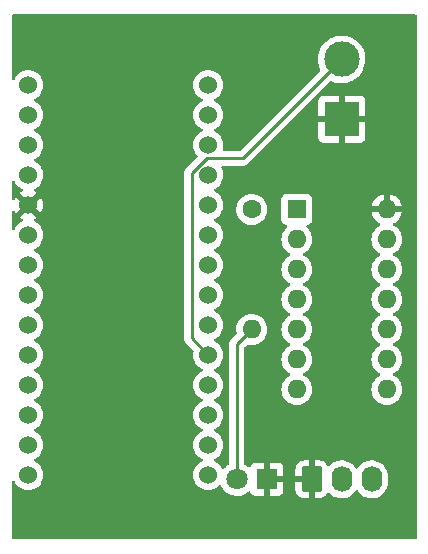
<source format=gbl>
%TF.GenerationSoftware,KiCad,Pcbnew,(6.0.4)*%
%TF.CreationDate,2022-04-18T10:48:46-05:00*%
%TF.ProjectId,broken-heart,62726f6b-656e-42d6-9865-6172742e6b69,rev?*%
%TF.SameCoordinates,Original*%
%TF.FileFunction,Copper,L2,Bot*%
%TF.FilePolarity,Positive*%
%FSLAX46Y46*%
G04 Gerber Fmt 4.6, Leading zero omitted, Abs format (unit mm)*
G04 Created by KiCad (PCBNEW (6.0.4)) date 2022-04-18 10:48:46*
%MOMM*%
%LPD*%
G01*
G04 APERTURE LIST*
G04 Aperture macros list*
%AMRoundRect*
0 Rectangle with rounded corners*
0 $1 Rounding radius*
0 $2 $3 $4 $5 $6 $7 $8 $9 X,Y pos of 4 corners*
0 Add a 4 corners polygon primitive as box body*
4,1,4,$2,$3,$4,$5,$6,$7,$8,$9,$2,$3,0*
0 Add four circle primitives for the rounded corners*
1,1,$1+$1,$2,$3*
1,1,$1+$1,$4,$5*
1,1,$1+$1,$6,$7*
1,1,$1+$1,$8,$9*
0 Add four rect primitives between the rounded corners*
20,1,$1+$1,$2,$3,$4,$5,0*
20,1,$1+$1,$4,$5,$6,$7,0*
20,1,$1+$1,$6,$7,$8,$9,0*
20,1,$1+$1,$8,$9,$2,$3,0*%
G04 Aperture macros list end*
%TA.AperFunction,ComponentPad*%
%ADD10C,1.600000*%
%TD*%
%TA.AperFunction,ComponentPad*%
%ADD11O,1.600000X1.600000*%
%TD*%
%TA.AperFunction,ComponentPad*%
%ADD12RoundRect,0.250000X-0.620000X-0.845000X0.620000X-0.845000X0.620000X0.845000X-0.620000X0.845000X0*%
%TD*%
%TA.AperFunction,ComponentPad*%
%ADD13O,1.740000X2.190000*%
%TD*%
%TA.AperFunction,ComponentPad*%
%ADD14C,1.524000*%
%TD*%
%TA.AperFunction,ComponentPad*%
%ADD15R,1.600000X1.600000*%
%TD*%
%TA.AperFunction,ComponentPad*%
%ADD16R,1.800000X1.800000*%
%TD*%
%TA.AperFunction,ComponentPad*%
%ADD17C,1.800000*%
%TD*%
%TA.AperFunction,ComponentPad*%
%ADD18R,3.000000X3.000000*%
%TD*%
%TA.AperFunction,ComponentPad*%
%ADD19C,3.000000*%
%TD*%
%TA.AperFunction,Conductor*%
%ADD20C,0.250000*%
%TD*%
G04 APERTURE END LIST*
D10*
X132080000Y-86360000D03*
D11*
X132080000Y-96520000D03*
D12*
X137160000Y-109220000D03*
D13*
X139700000Y-109220000D03*
X142240000Y-109220000D03*
D14*
X113165000Y-75835000D03*
X113165000Y-78375000D03*
X113165000Y-80915000D03*
X113165000Y-83455000D03*
X113165000Y-85995000D03*
X113165000Y-88535000D03*
X113165000Y-91075000D03*
X113165000Y-93615000D03*
X113165000Y-96155000D03*
X113165000Y-98695000D03*
X113165000Y-101235000D03*
X113165000Y-103775000D03*
X113165000Y-106315000D03*
X113165000Y-108855000D03*
X128405000Y-108855000D03*
X128405000Y-106315000D03*
X128405000Y-103775000D03*
X128405000Y-101235000D03*
X128405000Y-98695000D03*
X128405000Y-96155000D03*
X128405000Y-93615000D03*
X128405000Y-91075000D03*
X128405000Y-88535000D03*
X128405000Y-85995000D03*
X128405000Y-83455000D03*
X128405000Y-80915000D03*
X128405000Y-78375000D03*
X128405000Y-75835000D03*
D15*
X135900000Y-86355000D03*
D11*
X135900000Y-88895000D03*
X135900000Y-91435000D03*
X135900000Y-93975000D03*
X135900000Y-96515000D03*
X135900000Y-99055000D03*
X135900000Y-101595000D03*
X143520000Y-101595000D03*
X143520000Y-99055000D03*
X143520000Y-96515000D03*
X143520000Y-93975000D03*
X143520000Y-91435000D03*
X143520000Y-88895000D03*
X143520000Y-86355000D03*
D16*
X133350000Y-109220000D03*
D17*
X130810000Y-109220000D03*
D18*
X139700000Y-78740000D03*
D19*
X139700000Y-73660000D03*
D20*
X130810000Y-109220000D02*
X130810000Y-97790000D01*
X130810000Y-97790000D02*
X132080000Y-96520000D01*
X127000000Y-83323440D02*
X127000000Y-97290000D01*
X128270000Y-82053440D02*
X127000000Y-83323440D01*
X127000000Y-97290000D02*
X128405000Y-98695000D01*
X139700000Y-73660000D02*
X131306560Y-82053440D01*
X131306560Y-82053440D02*
X128270000Y-82053440D01*
%TA.AperFunction,Conductor*%
G36*
X145992121Y-69870002D02*
G01*
X146038614Y-69923658D01*
X146050000Y-69976000D01*
X146050000Y-114174000D01*
X146029998Y-114242121D01*
X145976342Y-114288614D01*
X145924000Y-114300000D01*
X111886000Y-114300000D01*
X111817879Y-114279998D01*
X111771386Y-114226342D01*
X111760000Y-114174000D01*
X111760000Y-109416576D01*
X111780002Y-109348455D01*
X111833658Y-109301962D01*
X111903932Y-109291858D01*
X111968512Y-109321352D01*
X112000195Y-109363326D01*
X112058186Y-109487689D01*
X112058189Y-109487694D01*
X112060512Y-109492676D01*
X112063668Y-109497183D01*
X112063669Y-109497185D01*
X112118294Y-109575197D01*
X112188023Y-109674781D01*
X112345219Y-109831977D01*
X112349727Y-109835134D01*
X112349730Y-109835136D01*
X112374457Y-109852450D01*
X112527323Y-109959488D01*
X112532305Y-109961811D01*
X112532310Y-109961814D01*
X112722109Y-110050318D01*
X112728804Y-110053440D01*
X112734112Y-110054862D01*
X112734114Y-110054863D01*
X112748143Y-110058622D01*
X112943537Y-110110978D01*
X113165000Y-110130353D01*
X113386463Y-110110978D01*
X113581857Y-110058622D01*
X113595886Y-110054863D01*
X113595888Y-110054862D01*
X113601196Y-110053440D01*
X113607891Y-110050318D01*
X113797690Y-109961814D01*
X113797695Y-109961811D01*
X113802677Y-109959488D01*
X113955543Y-109852450D01*
X113980270Y-109835136D01*
X113980273Y-109835134D01*
X113984781Y-109831977D01*
X114141977Y-109674781D01*
X114211707Y-109575197D01*
X114266331Y-109497185D01*
X114266332Y-109497183D01*
X114269488Y-109492676D01*
X114271811Y-109487694D01*
X114271814Y-109487689D01*
X114361117Y-109296178D01*
X114361118Y-109296177D01*
X114363440Y-109291196D01*
X114420978Y-109076463D01*
X114440353Y-108855000D01*
X114420978Y-108633537D01*
X114363440Y-108418804D01*
X114361117Y-108413822D01*
X114271814Y-108222311D01*
X114271811Y-108222306D01*
X114269488Y-108217324D01*
X114265330Y-108211386D01*
X114145136Y-108039730D01*
X114145134Y-108039727D01*
X114141977Y-108035219D01*
X113984781Y-107878023D01*
X113980273Y-107874866D01*
X113980270Y-107874864D01*
X113898867Y-107817865D01*
X113802677Y-107750512D01*
X113797695Y-107748189D01*
X113797690Y-107748186D01*
X113692627Y-107699195D01*
X113639342Y-107652278D01*
X113619881Y-107584001D01*
X113640423Y-107516041D01*
X113692627Y-107470805D01*
X113797690Y-107421814D01*
X113797695Y-107421811D01*
X113802677Y-107419488D01*
X113904505Y-107348187D01*
X113980270Y-107295136D01*
X113980273Y-107295134D01*
X113984781Y-107291977D01*
X114141977Y-107134781D01*
X114269488Y-106952676D01*
X114271811Y-106947694D01*
X114271814Y-106947689D01*
X114361117Y-106756178D01*
X114361118Y-106756177D01*
X114363440Y-106751196D01*
X114420978Y-106536463D01*
X114440353Y-106315000D01*
X114420978Y-106093537D01*
X114363440Y-105878804D01*
X114361117Y-105873822D01*
X114271814Y-105682311D01*
X114271811Y-105682306D01*
X114269488Y-105677324D01*
X114141977Y-105495219D01*
X113984781Y-105338023D01*
X113980273Y-105334866D01*
X113980270Y-105334864D01*
X113904505Y-105281813D01*
X113802677Y-105210512D01*
X113797695Y-105208189D01*
X113797690Y-105208186D01*
X113692627Y-105159195D01*
X113639342Y-105112278D01*
X113619881Y-105044001D01*
X113640423Y-104976041D01*
X113692627Y-104930805D01*
X113797690Y-104881814D01*
X113797695Y-104881811D01*
X113802677Y-104879488D01*
X113904505Y-104808187D01*
X113980270Y-104755136D01*
X113980273Y-104755134D01*
X113984781Y-104751977D01*
X114141977Y-104594781D01*
X114269488Y-104412676D01*
X114271811Y-104407694D01*
X114271814Y-104407689D01*
X114361117Y-104216178D01*
X114361118Y-104216177D01*
X114363440Y-104211196D01*
X114420978Y-103996463D01*
X114440353Y-103775000D01*
X114420978Y-103553537D01*
X114363440Y-103338804D01*
X114361117Y-103333822D01*
X114271814Y-103142311D01*
X114271811Y-103142306D01*
X114269488Y-103137324D01*
X114141977Y-102955219D01*
X113984781Y-102798023D01*
X113980273Y-102794866D01*
X113980270Y-102794864D01*
X113886729Y-102729366D01*
X113802677Y-102670512D01*
X113797695Y-102668189D01*
X113797690Y-102668186D01*
X113692627Y-102619195D01*
X113639342Y-102572278D01*
X113619881Y-102504001D01*
X113640423Y-102436041D01*
X113692627Y-102390805D01*
X113797690Y-102341814D01*
X113797695Y-102341811D01*
X113802677Y-102339488D01*
X113935103Y-102246762D01*
X113980270Y-102215136D01*
X113980273Y-102215134D01*
X113984781Y-102211977D01*
X114141977Y-102054781D01*
X114145868Y-102049225D01*
X114266331Y-101877185D01*
X114266332Y-101877183D01*
X114269488Y-101872676D01*
X114271811Y-101867694D01*
X114271814Y-101867689D01*
X114361117Y-101676178D01*
X114361118Y-101676177D01*
X114363440Y-101671196D01*
X114420978Y-101456463D01*
X114440353Y-101235000D01*
X114420978Y-101013537D01*
X114363440Y-100798804D01*
X114361117Y-100793822D01*
X114271814Y-100602311D01*
X114271811Y-100602306D01*
X114269488Y-100597324D01*
X114173777Y-100460634D01*
X114145136Y-100419730D01*
X114145134Y-100419727D01*
X114141977Y-100415219D01*
X113984781Y-100258023D01*
X113980273Y-100254866D01*
X113980270Y-100254864D01*
X113886729Y-100189366D01*
X113802677Y-100130512D01*
X113797695Y-100128189D01*
X113797690Y-100128186D01*
X113692627Y-100079195D01*
X113639342Y-100032278D01*
X113619881Y-99964001D01*
X113640423Y-99896041D01*
X113692627Y-99850805D01*
X113797690Y-99801814D01*
X113797695Y-99801811D01*
X113802677Y-99799488D01*
X113935103Y-99706762D01*
X113980270Y-99675136D01*
X113980273Y-99675134D01*
X113984781Y-99671977D01*
X114141977Y-99514781D01*
X114145868Y-99509225D01*
X114266331Y-99337185D01*
X114266332Y-99337183D01*
X114269488Y-99332676D01*
X114271811Y-99327694D01*
X114271814Y-99327689D01*
X114361117Y-99136178D01*
X114361118Y-99136177D01*
X114363440Y-99131196D01*
X114420978Y-98916463D01*
X114440353Y-98695000D01*
X114420978Y-98473537D01*
X114363440Y-98258804D01*
X114361117Y-98253822D01*
X114271814Y-98062311D01*
X114271811Y-98062306D01*
X114269488Y-98057324D01*
X114173777Y-97920634D01*
X114145136Y-97879730D01*
X114145134Y-97879727D01*
X114141977Y-97875219D01*
X113984781Y-97718023D01*
X113980273Y-97714866D01*
X113980270Y-97714864D01*
X113870771Y-97638192D01*
X113802677Y-97590512D01*
X113797695Y-97588189D01*
X113797690Y-97588186D01*
X113692627Y-97539195D01*
X113639342Y-97492278D01*
X113619881Y-97424001D01*
X113640423Y-97356041D01*
X113692627Y-97310805D01*
X113797690Y-97261814D01*
X113797695Y-97261811D01*
X113802677Y-97259488D01*
X113935103Y-97166762D01*
X113980270Y-97135136D01*
X113980273Y-97135134D01*
X113984781Y-97131977D01*
X114141977Y-96974781D01*
X114145868Y-96969225D01*
X114266331Y-96797185D01*
X114266332Y-96797183D01*
X114269488Y-96792676D01*
X114271811Y-96787694D01*
X114271814Y-96787689D01*
X114361117Y-96596178D01*
X114361118Y-96596177D01*
X114363440Y-96591196D01*
X114420978Y-96376463D01*
X114440353Y-96155000D01*
X114420978Y-95933537D01*
X114363440Y-95718804D01*
X114361117Y-95713822D01*
X114271814Y-95522311D01*
X114271811Y-95522306D01*
X114269488Y-95517324D01*
X114177278Y-95385634D01*
X114145136Y-95339730D01*
X114145134Y-95339727D01*
X114141977Y-95335219D01*
X113984781Y-95178023D01*
X113980273Y-95174866D01*
X113980270Y-95174864D01*
X113886729Y-95109366D01*
X113802677Y-95050512D01*
X113797695Y-95048189D01*
X113797690Y-95048186D01*
X113692627Y-94999195D01*
X113639342Y-94952278D01*
X113619881Y-94884001D01*
X113640423Y-94816041D01*
X113692627Y-94770805D01*
X113797690Y-94721814D01*
X113797695Y-94721811D01*
X113802677Y-94719488D01*
X113936500Y-94625784D01*
X113980270Y-94595136D01*
X113980273Y-94595134D01*
X113984781Y-94591977D01*
X114141977Y-94434781D01*
X114145868Y-94429225D01*
X114266331Y-94257185D01*
X114266332Y-94257183D01*
X114269488Y-94252676D01*
X114271811Y-94247694D01*
X114271814Y-94247689D01*
X114361117Y-94056178D01*
X114361118Y-94056177D01*
X114363440Y-94051196D01*
X114420978Y-93836463D01*
X114440353Y-93615000D01*
X114420978Y-93393537D01*
X114363440Y-93178804D01*
X114361117Y-93173822D01*
X114271814Y-92982311D01*
X114271811Y-92982306D01*
X114269488Y-92977324D01*
X114173777Y-92840634D01*
X114145136Y-92799730D01*
X114145134Y-92799727D01*
X114141977Y-92795219D01*
X113984781Y-92638023D01*
X113980273Y-92634866D01*
X113980270Y-92634864D01*
X113886729Y-92569366D01*
X113802677Y-92510512D01*
X113797695Y-92508189D01*
X113797690Y-92508186D01*
X113692627Y-92459195D01*
X113639342Y-92412278D01*
X113619881Y-92344001D01*
X113640423Y-92276041D01*
X113692627Y-92230805D01*
X113797690Y-92181814D01*
X113797695Y-92181811D01*
X113802677Y-92179488D01*
X113936500Y-92085784D01*
X113980270Y-92055136D01*
X113980273Y-92055134D01*
X113984781Y-92051977D01*
X114141977Y-91894781D01*
X114145868Y-91889225D01*
X114266331Y-91717185D01*
X114266332Y-91717183D01*
X114269488Y-91712676D01*
X114271811Y-91707694D01*
X114271814Y-91707689D01*
X114361117Y-91516178D01*
X114361118Y-91516177D01*
X114363440Y-91511196D01*
X114420978Y-91296463D01*
X114440353Y-91075000D01*
X114420978Y-90853537D01*
X114363440Y-90638804D01*
X114361117Y-90633822D01*
X114271814Y-90442311D01*
X114271811Y-90442306D01*
X114269488Y-90437324D01*
X114173777Y-90300634D01*
X114145136Y-90259730D01*
X114145134Y-90259727D01*
X114141977Y-90255219D01*
X113984781Y-90098023D01*
X113980273Y-90094866D01*
X113980270Y-90094864D01*
X113886729Y-90029366D01*
X113802677Y-89970512D01*
X113797695Y-89968189D01*
X113797690Y-89968186D01*
X113692627Y-89919195D01*
X113639342Y-89872278D01*
X113619881Y-89804001D01*
X113640423Y-89736041D01*
X113692627Y-89690805D01*
X113797690Y-89641814D01*
X113797695Y-89641811D01*
X113802677Y-89639488D01*
X113936500Y-89545784D01*
X113980270Y-89515136D01*
X113980273Y-89515134D01*
X113984781Y-89511977D01*
X114141977Y-89354781D01*
X114145868Y-89349225D01*
X114266331Y-89177185D01*
X114266332Y-89177183D01*
X114269488Y-89172676D01*
X114271811Y-89167694D01*
X114271814Y-89167689D01*
X114361117Y-88976178D01*
X114361118Y-88976177D01*
X114363440Y-88971196D01*
X114420978Y-88756463D01*
X114440353Y-88535000D01*
X114420978Y-88313537D01*
X114363440Y-88098804D01*
X114361117Y-88093822D01*
X114271814Y-87902311D01*
X114271811Y-87902306D01*
X114269488Y-87897324D01*
X114261309Y-87885643D01*
X114145136Y-87719730D01*
X114145134Y-87719727D01*
X114141977Y-87715219D01*
X113984781Y-87558023D01*
X113980273Y-87554866D01*
X113980270Y-87554864D01*
X113886108Y-87488931D01*
X113802677Y-87430512D01*
X113797695Y-87428189D01*
X113797690Y-87428186D01*
X113692035Y-87378919D01*
X113638750Y-87332002D01*
X113619289Y-87263725D01*
X113639831Y-87195765D01*
X113692035Y-87150529D01*
X113797445Y-87101376D01*
X113806931Y-87095898D01*
X113850764Y-87065207D01*
X113859139Y-87054729D01*
X113852071Y-87041281D01*
X113177812Y-86367022D01*
X113163868Y-86359408D01*
X113162035Y-86359539D01*
X113155420Y-86363790D01*
X112477207Y-87042003D01*
X112470777Y-87053777D01*
X112480074Y-87065793D01*
X112523069Y-87095898D01*
X112532555Y-87101376D01*
X112637965Y-87150529D01*
X112691250Y-87197446D01*
X112710711Y-87265723D01*
X112690169Y-87333683D01*
X112637965Y-87378919D01*
X112532311Y-87428186D01*
X112532306Y-87428189D01*
X112527324Y-87430512D01*
X112522817Y-87433668D01*
X112522815Y-87433669D01*
X112349730Y-87554864D01*
X112349727Y-87554866D01*
X112345219Y-87558023D01*
X112188023Y-87715219D01*
X112184866Y-87719727D01*
X112184864Y-87719730D01*
X112068691Y-87885643D01*
X112060512Y-87897324D01*
X112058189Y-87902306D01*
X112058186Y-87902311D01*
X112000195Y-88026674D01*
X111953278Y-88079959D01*
X111885000Y-88099420D01*
X111817040Y-88078878D01*
X111770975Y-88024855D01*
X111760000Y-87973424D01*
X111760000Y-86555393D01*
X111780002Y-86487272D01*
X111833658Y-86440779D01*
X111903932Y-86430675D01*
X111968512Y-86460169D01*
X112000195Y-86502143D01*
X112058623Y-86627441D01*
X112064103Y-86636932D01*
X112094794Y-86680765D01*
X112105271Y-86689140D01*
X112118718Y-86682072D01*
X112792978Y-86007812D01*
X112799356Y-85996132D01*
X113529408Y-85996132D01*
X113529539Y-85997965D01*
X113533790Y-86004580D01*
X114212003Y-86682793D01*
X114223777Y-86689223D01*
X114235793Y-86679926D01*
X114265897Y-86636932D01*
X114271377Y-86627441D01*
X114360645Y-86436007D01*
X114364391Y-86425715D01*
X114419059Y-86221691D01*
X114420962Y-86210896D01*
X114439372Y-86000475D01*
X114439372Y-85989525D01*
X114420962Y-85779104D01*
X114419059Y-85768309D01*
X114364391Y-85564285D01*
X114360645Y-85553993D01*
X114271377Y-85362559D01*
X114265897Y-85353068D01*
X114235206Y-85309235D01*
X114224729Y-85300860D01*
X114211282Y-85307928D01*
X113537022Y-85982188D01*
X113529408Y-85996132D01*
X112799356Y-85996132D01*
X112800592Y-85993868D01*
X112800461Y-85992035D01*
X112796210Y-85985420D01*
X112117997Y-85307207D01*
X112106223Y-85300777D01*
X112094207Y-85310074D01*
X112064103Y-85353068D01*
X112058623Y-85362559D01*
X112000195Y-85487857D01*
X111953277Y-85541142D01*
X111885000Y-85560603D01*
X111817040Y-85540061D01*
X111770975Y-85486038D01*
X111760000Y-85434607D01*
X111760000Y-84016576D01*
X111780002Y-83948455D01*
X111833658Y-83901962D01*
X111903932Y-83891858D01*
X111968512Y-83921352D01*
X112000195Y-83963326D01*
X112058186Y-84087689D01*
X112058189Y-84087694D01*
X112060512Y-84092676D01*
X112188023Y-84274781D01*
X112345219Y-84431977D01*
X112349727Y-84435134D01*
X112349730Y-84435136D01*
X112393500Y-84465784D01*
X112527323Y-84559488D01*
X112532305Y-84561811D01*
X112532310Y-84561814D01*
X112637965Y-84611081D01*
X112691250Y-84657998D01*
X112710711Y-84726275D01*
X112690169Y-84794235D01*
X112637965Y-84839471D01*
X112532559Y-84888623D01*
X112523068Y-84894103D01*
X112479235Y-84924794D01*
X112470860Y-84935271D01*
X112477928Y-84948718D01*
X113152188Y-85622978D01*
X113166132Y-85630592D01*
X113167965Y-85630461D01*
X113174580Y-85626210D01*
X113852793Y-84947997D01*
X113859223Y-84936223D01*
X113849926Y-84924207D01*
X113806931Y-84894102D01*
X113797445Y-84888624D01*
X113692035Y-84839471D01*
X113638750Y-84792554D01*
X113619289Y-84724277D01*
X113639831Y-84656317D01*
X113692035Y-84611081D01*
X113797690Y-84561814D01*
X113797695Y-84561811D01*
X113802677Y-84559488D01*
X113936500Y-84465784D01*
X113980270Y-84435136D01*
X113980273Y-84435134D01*
X113984781Y-84431977D01*
X114141977Y-84274781D01*
X114269488Y-84092676D01*
X114271811Y-84087694D01*
X114271814Y-84087689D01*
X114361117Y-83896178D01*
X114361118Y-83896177D01*
X114363440Y-83891196D01*
X114420978Y-83676463D01*
X114440353Y-83455000D01*
X114427089Y-83303383D01*
X126361780Y-83303383D01*
X126362526Y-83311275D01*
X126365941Y-83347401D01*
X126366500Y-83359259D01*
X126366500Y-97211233D01*
X126365973Y-97222416D01*
X126364298Y-97229909D01*
X126364547Y-97237835D01*
X126364547Y-97237836D01*
X126366438Y-97297986D01*
X126366500Y-97301945D01*
X126366500Y-97329856D01*
X126366997Y-97333790D01*
X126366997Y-97333791D01*
X126367005Y-97333856D01*
X126367938Y-97345693D01*
X126369327Y-97389889D01*
X126374850Y-97408900D01*
X126374978Y-97409339D01*
X126378987Y-97428700D01*
X126381526Y-97448797D01*
X126384445Y-97456168D01*
X126384445Y-97456170D01*
X126397804Y-97489912D01*
X126401649Y-97501142D01*
X126408928Y-97526198D01*
X126413982Y-97543593D01*
X126418015Y-97550412D01*
X126418017Y-97550417D01*
X126424293Y-97561028D01*
X126432988Y-97578776D01*
X126440448Y-97597617D01*
X126445110Y-97604033D01*
X126445110Y-97604034D01*
X126466436Y-97633387D01*
X126472952Y-97643307D01*
X126489215Y-97670805D01*
X126495458Y-97681362D01*
X126509779Y-97695683D01*
X126522619Y-97710716D01*
X126534528Y-97727107D01*
X126540634Y-97732158D01*
X126568605Y-97755298D01*
X126577384Y-97763288D01*
X127126874Y-98312778D01*
X127160900Y-98375090D01*
X127159486Y-98434484D01*
X127149022Y-98473537D01*
X127129647Y-98695000D01*
X127149022Y-98916463D01*
X127206560Y-99131196D01*
X127208882Y-99136177D01*
X127208883Y-99136178D01*
X127298186Y-99327689D01*
X127298189Y-99327694D01*
X127300512Y-99332676D01*
X127303668Y-99337183D01*
X127303669Y-99337185D01*
X127424133Y-99509225D01*
X127428023Y-99514781D01*
X127585219Y-99671977D01*
X127589727Y-99675134D01*
X127589730Y-99675136D01*
X127634897Y-99706762D01*
X127767323Y-99799488D01*
X127772305Y-99801811D01*
X127772310Y-99801814D01*
X127877373Y-99850805D01*
X127930658Y-99897722D01*
X127950119Y-99965999D01*
X127929577Y-100033959D01*
X127877373Y-100079195D01*
X127772311Y-100128186D01*
X127772306Y-100128189D01*
X127767324Y-100130512D01*
X127762817Y-100133668D01*
X127762815Y-100133669D01*
X127589730Y-100254864D01*
X127589727Y-100254866D01*
X127585219Y-100258023D01*
X127428023Y-100415219D01*
X127424866Y-100419727D01*
X127424864Y-100419730D01*
X127396223Y-100460634D01*
X127300512Y-100597324D01*
X127298189Y-100602306D01*
X127298186Y-100602311D01*
X127208883Y-100793822D01*
X127206560Y-100798804D01*
X127149022Y-101013537D01*
X127129647Y-101235000D01*
X127149022Y-101456463D01*
X127206560Y-101671196D01*
X127208882Y-101676177D01*
X127208883Y-101676178D01*
X127298186Y-101867689D01*
X127298189Y-101867694D01*
X127300512Y-101872676D01*
X127303668Y-101877183D01*
X127303669Y-101877185D01*
X127424133Y-102049225D01*
X127428023Y-102054781D01*
X127585219Y-102211977D01*
X127589727Y-102215134D01*
X127589730Y-102215136D01*
X127634897Y-102246762D01*
X127767323Y-102339488D01*
X127772305Y-102341811D01*
X127772310Y-102341814D01*
X127877373Y-102390805D01*
X127930658Y-102437722D01*
X127950119Y-102505999D01*
X127929577Y-102573959D01*
X127877373Y-102619195D01*
X127772311Y-102668186D01*
X127772306Y-102668189D01*
X127767324Y-102670512D01*
X127762817Y-102673668D01*
X127762815Y-102673669D01*
X127589730Y-102794864D01*
X127589727Y-102794866D01*
X127585219Y-102798023D01*
X127428023Y-102955219D01*
X127300512Y-103137324D01*
X127298189Y-103142306D01*
X127298186Y-103142311D01*
X127208883Y-103333822D01*
X127206560Y-103338804D01*
X127149022Y-103553537D01*
X127129647Y-103775000D01*
X127149022Y-103996463D01*
X127206560Y-104211196D01*
X127208882Y-104216177D01*
X127208883Y-104216178D01*
X127298186Y-104407689D01*
X127298189Y-104407694D01*
X127300512Y-104412676D01*
X127428023Y-104594781D01*
X127585219Y-104751977D01*
X127589727Y-104755134D01*
X127589730Y-104755136D01*
X127665495Y-104808187D01*
X127767323Y-104879488D01*
X127772305Y-104881811D01*
X127772310Y-104881814D01*
X127877373Y-104930805D01*
X127930658Y-104977722D01*
X127950119Y-105045999D01*
X127929577Y-105113959D01*
X127877373Y-105159195D01*
X127772311Y-105208186D01*
X127772306Y-105208189D01*
X127767324Y-105210512D01*
X127762817Y-105213668D01*
X127762815Y-105213669D01*
X127589730Y-105334864D01*
X127589727Y-105334866D01*
X127585219Y-105338023D01*
X127428023Y-105495219D01*
X127300512Y-105677324D01*
X127298189Y-105682306D01*
X127298186Y-105682311D01*
X127208883Y-105873822D01*
X127206560Y-105878804D01*
X127149022Y-106093537D01*
X127129647Y-106315000D01*
X127149022Y-106536463D01*
X127206560Y-106751196D01*
X127208882Y-106756177D01*
X127208883Y-106756178D01*
X127298186Y-106947689D01*
X127298189Y-106947694D01*
X127300512Y-106952676D01*
X127428023Y-107134781D01*
X127585219Y-107291977D01*
X127589727Y-107295134D01*
X127589730Y-107295136D01*
X127665495Y-107348187D01*
X127767323Y-107419488D01*
X127772305Y-107421811D01*
X127772310Y-107421814D01*
X127877373Y-107470805D01*
X127930658Y-107517722D01*
X127950119Y-107585999D01*
X127929577Y-107653959D01*
X127877373Y-107699195D01*
X127772311Y-107748186D01*
X127772306Y-107748189D01*
X127767324Y-107750512D01*
X127762817Y-107753668D01*
X127762815Y-107753669D01*
X127589730Y-107874864D01*
X127589727Y-107874866D01*
X127585219Y-107878023D01*
X127428023Y-108035219D01*
X127424866Y-108039727D01*
X127424864Y-108039730D01*
X127304670Y-108211386D01*
X127300512Y-108217324D01*
X127298189Y-108222306D01*
X127298186Y-108222311D01*
X127208883Y-108413822D01*
X127206560Y-108418804D01*
X127149022Y-108633537D01*
X127129647Y-108855000D01*
X127149022Y-109076463D01*
X127206560Y-109291196D01*
X127208882Y-109296177D01*
X127208883Y-109296178D01*
X127298186Y-109487689D01*
X127298189Y-109487694D01*
X127300512Y-109492676D01*
X127303668Y-109497183D01*
X127303669Y-109497185D01*
X127358294Y-109575197D01*
X127428023Y-109674781D01*
X127585219Y-109831977D01*
X127589727Y-109835134D01*
X127589730Y-109835136D01*
X127614457Y-109852450D01*
X127767323Y-109959488D01*
X127772305Y-109961811D01*
X127772310Y-109961814D01*
X127962109Y-110050318D01*
X127968804Y-110053440D01*
X127974112Y-110054862D01*
X127974114Y-110054863D01*
X127988143Y-110058622D01*
X128183537Y-110110978D01*
X128405000Y-110130353D01*
X128626463Y-110110978D01*
X128821857Y-110058622D01*
X128835886Y-110054863D01*
X128835888Y-110054862D01*
X128841196Y-110053440D01*
X128847891Y-110050318D01*
X129037690Y-109961814D01*
X129037695Y-109961811D01*
X129042677Y-109959488D01*
X129195543Y-109852450D01*
X129220270Y-109835136D01*
X129220273Y-109835134D01*
X129224781Y-109831977D01*
X129313353Y-109743405D01*
X129375665Y-109709379D01*
X129446480Y-109714444D01*
X129503316Y-109756991D01*
X129519189Y-109785093D01*
X129548484Y-109857237D01*
X129669501Y-110054719D01*
X129821147Y-110229784D01*
X129999349Y-110377730D01*
X130199322Y-110494584D01*
X130415694Y-110577209D01*
X130420760Y-110578240D01*
X130420761Y-110578240D01*
X130473846Y-110589040D01*
X130642656Y-110623385D01*
X130773324Y-110628176D01*
X130868949Y-110631683D01*
X130868953Y-110631683D01*
X130874113Y-110631872D01*
X130879233Y-110631216D01*
X130879235Y-110631216D01*
X130985311Y-110617627D01*
X131103847Y-110602442D01*
X131108795Y-110600957D01*
X131108802Y-110600956D01*
X131320747Y-110537369D01*
X131325690Y-110535886D01*
X131331975Y-110532807D01*
X131529049Y-110436262D01*
X131529052Y-110436260D01*
X131533684Y-110433991D01*
X131722243Y-110299494D01*
X131725898Y-110295852D01*
X131725906Y-110295845D01*
X131767697Y-110254199D01*
X131830068Y-110220282D01*
X131900875Y-110225470D01*
X131957637Y-110268116D01*
X131974619Y-110299218D01*
X131996677Y-110358056D01*
X132005214Y-110373649D01*
X132081715Y-110475724D01*
X132094276Y-110488285D01*
X132196351Y-110564786D01*
X132211946Y-110573324D01*
X132332394Y-110618478D01*
X132347649Y-110622105D01*
X132398514Y-110627631D01*
X132405328Y-110628000D01*
X133077885Y-110628000D01*
X133093124Y-110623525D01*
X133094329Y-110622135D01*
X133096000Y-110614452D01*
X133096000Y-110609884D01*
X133604000Y-110609884D01*
X133608475Y-110625123D01*
X133609865Y-110626328D01*
X133617548Y-110627999D01*
X134294669Y-110627999D01*
X134301490Y-110627629D01*
X134352352Y-110622105D01*
X134367604Y-110618479D01*
X134488054Y-110573324D01*
X134503649Y-110564786D01*
X134605724Y-110488285D01*
X134618285Y-110475724D01*
X134694786Y-110373649D01*
X134703324Y-110358054D01*
X134748478Y-110237606D01*
X134752105Y-110222351D01*
X134757631Y-110171486D01*
X134758000Y-110164672D01*
X134758000Y-110112095D01*
X135782001Y-110112095D01*
X135782338Y-110118614D01*
X135792257Y-110214206D01*
X135795149Y-110227600D01*
X135846588Y-110381784D01*
X135852761Y-110394962D01*
X135938063Y-110532807D01*
X135947099Y-110544208D01*
X136061829Y-110658739D01*
X136073240Y-110667751D01*
X136211243Y-110752816D01*
X136224424Y-110758963D01*
X136378710Y-110810138D01*
X136392086Y-110813005D01*
X136486438Y-110822672D01*
X136492854Y-110823000D01*
X136887885Y-110823000D01*
X136903124Y-110818525D01*
X136904329Y-110817135D01*
X136906000Y-110809452D01*
X136906000Y-110804884D01*
X137414000Y-110804884D01*
X137418475Y-110820123D01*
X137419865Y-110821328D01*
X137427548Y-110822999D01*
X137827095Y-110822999D01*
X137833614Y-110822662D01*
X137929206Y-110812743D01*
X137942600Y-110809851D01*
X138096784Y-110758412D01*
X138109962Y-110752239D01*
X138247807Y-110666937D01*
X138259208Y-110657901D01*
X138373739Y-110543171D01*
X138382751Y-110531760D01*
X138471658Y-110387525D01*
X138473755Y-110388817D01*
X138512956Y-110344308D01*
X138581236Y-110324856D01*
X138649193Y-110345407D01*
X138671386Y-110363878D01*
X138783276Y-110481168D01*
X138787554Y-110484351D01*
X138797804Y-110491977D01*
X138970965Y-110620813D01*
X138975716Y-110623229D01*
X138975720Y-110623231D01*
X139090197Y-110681434D01*
X139179500Y-110726838D01*
X139402917Y-110796210D01*
X139408204Y-110796911D01*
X139408205Y-110796911D01*
X139629545Y-110826248D01*
X139629549Y-110826248D01*
X139634829Y-110826948D01*
X139640158Y-110826748D01*
X139640160Y-110826748D01*
X139751716Y-110822560D01*
X139868604Y-110818172D01*
X139980813Y-110794628D01*
X140092332Y-110771229D01*
X140092335Y-110771228D01*
X140097559Y-110770132D01*
X140315146Y-110684203D01*
X140402466Y-110631216D01*
X140510583Y-110565609D01*
X140510586Y-110565607D01*
X140515144Y-110562841D01*
X140691834Y-110409517D01*
X140840165Y-110228614D01*
X140842801Y-110223984D01*
X140842804Y-110223979D01*
X140861301Y-110191484D01*
X140912384Y-110142178D01*
X140982015Y-110128317D01*
X141048085Y-110154301D01*
X141075323Y-110183450D01*
X141161798Y-110311896D01*
X141165477Y-110315753D01*
X141165479Y-110315755D01*
X141211388Y-110363880D01*
X141323276Y-110481168D01*
X141327554Y-110484351D01*
X141337804Y-110491977D01*
X141510965Y-110620813D01*
X141515716Y-110623229D01*
X141515720Y-110623231D01*
X141630197Y-110681434D01*
X141719500Y-110726838D01*
X141942917Y-110796210D01*
X141948204Y-110796911D01*
X141948205Y-110796911D01*
X142169545Y-110826248D01*
X142169549Y-110826248D01*
X142174829Y-110826948D01*
X142180158Y-110826748D01*
X142180160Y-110826748D01*
X142291716Y-110822560D01*
X142408604Y-110818172D01*
X142520813Y-110794628D01*
X142632332Y-110771229D01*
X142632335Y-110771228D01*
X142637559Y-110770132D01*
X142855146Y-110684203D01*
X142942466Y-110631216D01*
X143050583Y-110565609D01*
X143050586Y-110565607D01*
X143055144Y-110562841D01*
X143231834Y-110409517D01*
X143380165Y-110228614D01*
X143476931Y-110058622D01*
X143493255Y-110029945D01*
X143493256Y-110029943D01*
X143495896Y-110025305D01*
X143575716Y-109805404D01*
X143579389Y-109785096D01*
X143605148Y-109642642D01*
X143617344Y-109575197D01*
X143618500Y-109550684D01*
X143618500Y-108936262D01*
X143603705Y-108761898D01*
X143544933Y-108535460D01*
X143494776Y-108424114D01*
X143451045Y-108327036D01*
X143448850Y-108322163D01*
X143441795Y-108311683D01*
X143381626Y-108222311D01*
X143318202Y-108128104D01*
X143156724Y-107958832D01*
X143147159Y-107951715D01*
X142973317Y-107822373D01*
X142973318Y-107822373D01*
X142969035Y-107819187D01*
X142964284Y-107816771D01*
X142964280Y-107816769D01*
X142765256Y-107715580D01*
X142765255Y-107715580D01*
X142760500Y-107713162D01*
X142537083Y-107643790D01*
X142531796Y-107643089D01*
X142531795Y-107643089D01*
X142310455Y-107613752D01*
X142310451Y-107613752D01*
X142305171Y-107613052D01*
X142299842Y-107613252D01*
X142299840Y-107613252D01*
X142188284Y-107617440D01*
X142071396Y-107621828D01*
X141987411Y-107639450D01*
X141847668Y-107668771D01*
X141847665Y-107668772D01*
X141842441Y-107669868D01*
X141624854Y-107755797D01*
X141620290Y-107758566D01*
X141620291Y-107758566D01*
X141429417Y-107874391D01*
X141429414Y-107874393D01*
X141424856Y-107877159D01*
X141248166Y-108030483D01*
X141099835Y-108211386D01*
X141097199Y-108216016D01*
X141097196Y-108216021D01*
X141078699Y-108248516D01*
X141027616Y-108297822D01*
X140957985Y-108311683D01*
X140891915Y-108285699D01*
X140864677Y-108256550D01*
X140817421Y-108186358D01*
X140778202Y-108128104D01*
X140616724Y-107958832D01*
X140607159Y-107951715D01*
X140433317Y-107822373D01*
X140433318Y-107822373D01*
X140429035Y-107819187D01*
X140424284Y-107816771D01*
X140424280Y-107816769D01*
X140225256Y-107715580D01*
X140225255Y-107715580D01*
X140220500Y-107713162D01*
X139997083Y-107643790D01*
X139991796Y-107643089D01*
X139991795Y-107643089D01*
X139770455Y-107613752D01*
X139770451Y-107613752D01*
X139765171Y-107613052D01*
X139759842Y-107613252D01*
X139759840Y-107613252D01*
X139648284Y-107617440D01*
X139531396Y-107621828D01*
X139447411Y-107639450D01*
X139307668Y-107668771D01*
X139307665Y-107668772D01*
X139302441Y-107669868D01*
X139084854Y-107755797D01*
X139080290Y-107758566D01*
X139080291Y-107758566D01*
X138889417Y-107874391D01*
X138889414Y-107874393D01*
X138884856Y-107877159D01*
X138708166Y-108030483D01*
X138704778Y-108034615D01*
X138677239Y-108068201D01*
X138618579Y-108108196D01*
X138547609Y-108110127D01*
X138486861Y-108073383D01*
X138471780Y-108050843D01*
X138471094Y-108051268D01*
X138381937Y-107907193D01*
X138372901Y-107895792D01*
X138258171Y-107781261D01*
X138246760Y-107772249D01*
X138108757Y-107687184D01*
X138095576Y-107681037D01*
X137941290Y-107629862D01*
X137927914Y-107626995D01*
X137833562Y-107617328D01*
X137827145Y-107617000D01*
X137432115Y-107617000D01*
X137416876Y-107621475D01*
X137415671Y-107622865D01*
X137414000Y-107630548D01*
X137414000Y-110804884D01*
X136906000Y-110804884D01*
X136906000Y-109492115D01*
X136901525Y-109476876D01*
X136900135Y-109475671D01*
X136892452Y-109474000D01*
X135800116Y-109474000D01*
X135784877Y-109478475D01*
X135783672Y-109479865D01*
X135782001Y-109487548D01*
X135782001Y-110112095D01*
X134758000Y-110112095D01*
X134758000Y-109492115D01*
X134753525Y-109476876D01*
X134752135Y-109475671D01*
X134744452Y-109474000D01*
X133622115Y-109474000D01*
X133606876Y-109478475D01*
X133605671Y-109479865D01*
X133604000Y-109487548D01*
X133604000Y-110609884D01*
X133096000Y-110609884D01*
X133096000Y-108947885D01*
X133604000Y-108947885D01*
X133608475Y-108963124D01*
X133609865Y-108964329D01*
X133617548Y-108966000D01*
X134739884Y-108966000D01*
X134755123Y-108961525D01*
X134756328Y-108960135D01*
X134757999Y-108952452D01*
X134757999Y-108947885D01*
X135782000Y-108947885D01*
X135786475Y-108963124D01*
X135787865Y-108964329D01*
X135795548Y-108966000D01*
X136887885Y-108966000D01*
X136903124Y-108961525D01*
X136904329Y-108960135D01*
X136906000Y-108952452D01*
X136906000Y-107635116D01*
X136901525Y-107619877D01*
X136900135Y-107618672D01*
X136892452Y-107617001D01*
X136492905Y-107617001D01*
X136486386Y-107617338D01*
X136390794Y-107627257D01*
X136377400Y-107630149D01*
X136223216Y-107681588D01*
X136210038Y-107687761D01*
X136072193Y-107773063D01*
X136060792Y-107782099D01*
X135946261Y-107896829D01*
X135937249Y-107908240D01*
X135852184Y-108046243D01*
X135846037Y-108059424D01*
X135794862Y-108213710D01*
X135791995Y-108227086D01*
X135782328Y-108321438D01*
X135782000Y-108327855D01*
X135782000Y-108947885D01*
X134757999Y-108947885D01*
X134757999Y-108275331D01*
X134757629Y-108268505D01*
X134752105Y-108217648D01*
X134748479Y-108202396D01*
X134703324Y-108081946D01*
X134694786Y-108066351D01*
X134618285Y-107964276D01*
X134605724Y-107951715D01*
X134503649Y-107875214D01*
X134488054Y-107866676D01*
X134367606Y-107821522D01*
X134352351Y-107817895D01*
X134301486Y-107812369D01*
X134294672Y-107812000D01*
X133622115Y-107812000D01*
X133606876Y-107816475D01*
X133605671Y-107817865D01*
X133604000Y-107825548D01*
X133604000Y-108947885D01*
X133096000Y-108947885D01*
X133096000Y-107830116D01*
X133091525Y-107814877D01*
X133090135Y-107813672D01*
X133082452Y-107812001D01*
X132405331Y-107812001D01*
X132398510Y-107812371D01*
X132347648Y-107817895D01*
X132332396Y-107821521D01*
X132211946Y-107866676D01*
X132196351Y-107875214D01*
X132094276Y-107951715D01*
X132081715Y-107964276D01*
X132005214Y-108066351D01*
X131996675Y-108081948D01*
X131975934Y-108137275D01*
X131933293Y-108194040D01*
X131866731Y-108218740D01*
X131797383Y-108203533D01*
X131774388Y-108186909D01*
X131773887Y-108186358D01*
X131705730Y-108132531D01*
X131596178Y-108046012D01*
X131596175Y-108046010D01*
X131592123Y-108042810D01*
X131571313Y-108031322D01*
X131508607Y-107996707D01*
X131458636Y-107946274D01*
X131443500Y-107886398D01*
X131443500Y-101595000D01*
X134586502Y-101595000D01*
X134606457Y-101823087D01*
X134607881Y-101828400D01*
X134607881Y-101828402D01*
X134620953Y-101877185D01*
X134665716Y-102044243D01*
X134668039Y-102049224D01*
X134668039Y-102049225D01*
X134760151Y-102246762D01*
X134760154Y-102246767D01*
X134762477Y-102251749D01*
X134765634Y-102256257D01*
X134889699Y-102433440D01*
X134893802Y-102439300D01*
X135055700Y-102601198D01*
X135060208Y-102604355D01*
X135060211Y-102604357D01*
X135081402Y-102619195D01*
X135243251Y-102732523D01*
X135248233Y-102734846D01*
X135248238Y-102734849D01*
X135383717Y-102798023D01*
X135450757Y-102829284D01*
X135456065Y-102830706D01*
X135456067Y-102830707D01*
X135666598Y-102887119D01*
X135666600Y-102887119D01*
X135671913Y-102888543D01*
X135900000Y-102908498D01*
X136128087Y-102888543D01*
X136133400Y-102887119D01*
X136133402Y-102887119D01*
X136343933Y-102830707D01*
X136343935Y-102830706D01*
X136349243Y-102829284D01*
X136416283Y-102798023D01*
X136551762Y-102734849D01*
X136551767Y-102734846D01*
X136556749Y-102732523D01*
X136718598Y-102619195D01*
X136739789Y-102604357D01*
X136739792Y-102604355D01*
X136744300Y-102601198D01*
X136906198Y-102439300D01*
X136910302Y-102433440D01*
X137034366Y-102256257D01*
X137037523Y-102251749D01*
X137039846Y-102246767D01*
X137039849Y-102246762D01*
X137131961Y-102049225D01*
X137131961Y-102049224D01*
X137134284Y-102044243D01*
X137179048Y-101877185D01*
X137192119Y-101828402D01*
X137192119Y-101828400D01*
X137193543Y-101823087D01*
X137213498Y-101595000D01*
X142206502Y-101595000D01*
X142226457Y-101823087D01*
X142227881Y-101828400D01*
X142227881Y-101828402D01*
X142240953Y-101877185D01*
X142285716Y-102044243D01*
X142288039Y-102049224D01*
X142288039Y-102049225D01*
X142380151Y-102246762D01*
X142380154Y-102246767D01*
X142382477Y-102251749D01*
X142385634Y-102256257D01*
X142509699Y-102433440D01*
X142513802Y-102439300D01*
X142675700Y-102601198D01*
X142680208Y-102604355D01*
X142680211Y-102604357D01*
X142701402Y-102619195D01*
X142863251Y-102732523D01*
X142868233Y-102734846D01*
X142868238Y-102734849D01*
X143003717Y-102798023D01*
X143070757Y-102829284D01*
X143076065Y-102830706D01*
X143076067Y-102830707D01*
X143286598Y-102887119D01*
X143286600Y-102887119D01*
X143291913Y-102888543D01*
X143520000Y-102908498D01*
X143748087Y-102888543D01*
X143753400Y-102887119D01*
X143753402Y-102887119D01*
X143963933Y-102830707D01*
X143963935Y-102830706D01*
X143969243Y-102829284D01*
X144036283Y-102798023D01*
X144171762Y-102734849D01*
X144171767Y-102734846D01*
X144176749Y-102732523D01*
X144338598Y-102619195D01*
X144359789Y-102604357D01*
X144359792Y-102604355D01*
X144364300Y-102601198D01*
X144526198Y-102439300D01*
X144530302Y-102433440D01*
X144654366Y-102256257D01*
X144657523Y-102251749D01*
X144659846Y-102246767D01*
X144659849Y-102246762D01*
X144751961Y-102049225D01*
X144751961Y-102049224D01*
X144754284Y-102044243D01*
X144799048Y-101877185D01*
X144812119Y-101828402D01*
X144812119Y-101828400D01*
X144813543Y-101823087D01*
X144833498Y-101595000D01*
X144813543Y-101366913D01*
X144754284Y-101145757D01*
X144695184Y-101019016D01*
X144659849Y-100943238D01*
X144659846Y-100943233D01*
X144657523Y-100938251D01*
X144559881Y-100798804D01*
X144529357Y-100755211D01*
X144529355Y-100755208D01*
X144526198Y-100750700D01*
X144364300Y-100588802D01*
X144359792Y-100585645D01*
X144359789Y-100585643D01*
X144281611Y-100530902D01*
X144176749Y-100457477D01*
X144171767Y-100455154D01*
X144171762Y-100455151D01*
X144137543Y-100439195D01*
X144084258Y-100392278D01*
X144064797Y-100324001D01*
X144085339Y-100256041D01*
X144137543Y-100210805D01*
X144171762Y-100194849D01*
X144171767Y-100194846D01*
X144176749Y-100192523D01*
X144338598Y-100079195D01*
X144359789Y-100064357D01*
X144359792Y-100064355D01*
X144364300Y-100061198D01*
X144526198Y-99899300D01*
X144530302Y-99893440D01*
X144654366Y-99716257D01*
X144657523Y-99711749D01*
X144659846Y-99706767D01*
X144659849Y-99706762D01*
X144751961Y-99509225D01*
X144751961Y-99509224D01*
X144754284Y-99504243D01*
X144799048Y-99337185D01*
X144812119Y-99288402D01*
X144812119Y-99288400D01*
X144813543Y-99283087D01*
X144833498Y-99055000D01*
X144813543Y-98826913D01*
X144754284Y-98605757D01*
X144695184Y-98479016D01*
X144659849Y-98403238D01*
X144659846Y-98403233D01*
X144657523Y-98398251D01*
X144559881Y-98258804D01*
X144529357Y-98215211D01*
X144529355Y-98215208D01*
X144526198Y-98210700D01*
X144364300Y-98048802D01*
X144359792Y-98045645D01*
X144359789Y-98045643D01*
X144281611Y-97990902D01*
X144176749Y-97917477D01*
X144171767Y-97915154D01*
X144171762Y-97915151D01*
X144137543Y-97899195D01*
X144084258Y-97852278D01*
X144064797Y-97784001D01*
X144085339Y-97716041D01*
X144137543Y-97670805D01*
X144171762Y-97654849D01*
X144171767Y-97654846D01*
X144176749Y-97652523D01*
X144322571Y-97550417D01*
X144359789Y-97524357D01*
X144359792Y-97524355D01*
X144364300Y-97521198D01*
X144526198Y-97359300D01*
X144530302Y-97353440D01*
X144621571Y-97223093D01*
X144657523Y-97171749D01*
X144659846Y-97166767D01*
X144659849Y-97166762D01*
X144751961Y-96969225D01*
X144751961Y-96969224D01*
X144754284Y-96964243D01*
X144762590Y-96933247D01*
X144812119Y-96748402D01*
X144812119Y-96748400D01*
X144813543Y-96743087D01*
X144833498Y-96515000D01*
X144813543Y-96286913D01*
X144754284Y-96065757D01*
X144695184Y-95939016D01*
X144659849Y-95863238D01*
X144659846Y-95863233D01*
X144657523Y-95858251D01*
X144559881Y-95718804D01*
X144529357Y-95675211D01*
X144529355Y-95675208D01*
X144526198Y-95670700D01*
X144364300Y-95508802D01*
X144359792Y-95505645D01*
X144359789Y-95505643D01*
X144188398Y-95385634D01*
X144176749Y-95377477D01*
X144171767Y-95375154D01*
X144171762Y-95375151D01*
X144137543Y-95359195D01*
X144084258Y-95312278D01*
X144064797Y-95244001D01*
X144085339Y-95176041D01*
X144137543Y-95130805D01*
X144171762Y-95114849D01*
X144171767Y-95114846D01*
X144176749Y-95112523D01*
X144338598Y-94999195D01*
X144359789Y-94984357D01*
X144359792Y-94984355D01*
X144364300Y-94981198D01*
X144526198Y-94819300D01*
X144530302Y-94813440D01*
X144654366Y-94636257D01*
X144657523Y-94631749D01*
X144659846Y-94626767D01*
X144659849Y-94626762D01*
X144751961Y-94429225D01*
X144751961Y-94429224D01*
X144754284Y-94424243D01*
X144799048Y-94257185D01*
X144812119Y-94208402D01*
X144812119Y-94208400D01*
X144813543Y-94203087D01*
X144833498Y-93975000D01*
X144813543Y-93746913D01*
X144754284Y-93525757D01*
X144695184Y-93399016D01*
X144659849Y-93323238D01*
X144659846Y-93323233D01*
X144657523Y-93318251D01*
X144559881Y-93178804D01*
X144529357Y-93135211D01*
X144529355Y-93135208D01*
X144526198Y-93130700D01*
X144364300Y-92968802D01*
X144359792Y-92965645D01*
X144359789Y-92965643D01*
X144281611Y-92910902D01*
X144176749Y-92837477D01*
X144171767Y-92835154D01*
X144171762Y-92835151D01*
X144137543Y-92819195D01*
X144084258Y-92772278D01*
X144064797Y-92704001D01*
X144085339Y-92636041D01*
X144137543Y-92590805D01*
X144171762Y-92574849D01*
X144171767Y-92574846D01*
X144176749Y-92572523D01*
X144338598Y-92459195D01*
X144359789Y-92444357D01*
X144359792Y-92444355D01*
X144364300Y-92441198D01*
X144526198Y-92279300D01*
X144530302Y-92273440D01*
X144654366Y-92096257D01*
X144657523Y-92091749D01*
X144659846Y-92086767D01*
X144659849Y-92086762D01*
X144751961Y-91889225D01*
X144751961Y-91889224D01*
X144754284Y-91884243D01*
X144799048Y-91717185D01*
X144812119Y-91668402D01*
X144812119Y-91668400D01*
X144813543Y-91663087D01*
X144833498Y-91435000D01*
X144813543Y-91206913D01*
X144754284Y-90985757D01*
X144695184Y-90859016D01*
X144659849Y-90783238D01*
X144659846Y-90783233D01*
X144657523Y-90778251D01*
X144559881Y-90638804D01*
X144529357Y-90595211D01*
X144529355Y-90595208D01*
X144526198Y-90590700D01*
X144364300Y-90428802D01*
X144359792Y-90425645D01*
X144359789Y-90425643D01*
X144281611Y-90370902D01*
X144176749Y-90297477D01*
X144171767Y-90295154D01*
X144171762Y-90295151D01*
X144137543Y-90279195D01*
X144084258Y-90232278D01*
X144064797Y-90164001D01*
X144085339Y-90096041D01*
X144137543Y-90050805D01*
X144171762Y-90034849D01*
X144171767Y-90034846D01*
X144176749Y-90032523D01*
X144338598Y-89919195D01*
X144359789Y-89904357D01*
X144359792Y-89904355D01*
X144364300Y-89901198D01*
X144526198Y-89739300D01*
X144530302Y-89733440D01*
X144654366Y-89556257D01*
X144657523Y-89551749D01*
X144659846Y-89546767D01*
X144659849Y-89546762D01*
X144751961Y-89349225D01*
X144751961Y-89349224D01*
X144754284Y-89344243D01*
X144799048Y-89177185D01*
X144812119Y-89128402D01*
X144812119Y-89128400D01*
X144813543Y-89123087D01*
X144833498Y-88895000D01*
X144813543Y-88666913D01*
X144754284Y-88445757D01*
X144695184Y-88319016D01*
X144659849Y-88243238D01*
X144659846Y-88243233D01*
X144657523Y-88238251D01*
X144559881Y-88098804D01*
X144529357Y-88055211D01*
X144529355Y-88055208D01*
X144526198Y-88050700D01*
X144364300Y-87888802D01*
X144359792Y-87885645D01*
X144359789Y-87885643D01*
X144281611Y-87830902D01*
X144176749Y-87757477D01*
X144171767Y-87755154D01*
X144171762Y-87755151D01*
X144136951Y-87738919D01*
X144083666Y-87692002D01*
X144064205Y-87623725D01*
X144084747Y-87555765D01*
X144136951Y-87510529D01*
X144171511Y-87494414D01*
X144181007Y-87488931D01*
X144359467Y-87363972D01*
X144367875Y-87356916D01*
X144521916Y-87202875D01*
X144528972Y-87194467D01*
X144653931Y-87016007D01*
X144659414Y-87006511D01*
X144751490Y-86809053D01*
X144755236Y-86798761D01*
X144801394Y-86626497D01*
X144801058Y-86612401D01*
X144793116Y-86609000D01*
X142252033Y-86609000D01*
X142238502Y-86612973D01*
X142237273Y-86621522D01*
X142284764Y-86798761D01*
X142288510Y-86809053D01*
X142380586Y-87006511D01*
X142386069Y-87016007D01*
X142511028Y-87194467D01*
X142518084Y-87202875D01*
X142672125Y-87356916D01*
X142680533Y-87363972D01*
X142858993Y-87488931D01*
X142868489Y-87494414D01*
X142903049Y-87510529D01*
X142956334Y-87557446D01*
X142975795Y-87625723D01*
X142955253Y-87693683D01*
X142903049Y-87738919D01*
X142868238Y-87755151D01*
X142868233Y-87755154D01*
X142863251Y-87757477D01*
X142758389Y-87830902D01*
X142680211Y-87885643D01*
X142680208Y-87885645D01*
X142675700Y-87888802D01*
X142513802Y-88050700D01*
X142510645Y-88055208D01*
X142510643Y-88055211D01*
X142480119Y-88098804D01*
X142382477Y-88238251D01*
X142380154Y-88243233D01*
X142380151Y-88243238D01*
X142344816Y-88319016D01*
X142285716Y-88445757D01*
X142226457Y-88666913D01*
X142206502Y-88895000D01*
X142226457Y-89123087D01*
X142227881Y-89128400D01*
X142227881Y-89128402D01*
X142240953Y-89177185D01*
X142285716Y-89344243D01*
X142288039Y-89349224D01*
X142288039Y-89349225D01*
X142380151Y-89546762D01*
X142380154Y-89546767D01*
X142382477Y-89551749D01*
X142385634Y-89556257D01*
X142509699Y-89733440D01*
X142513802Y-89739300D01*
X142675700Y-89901198D01*
X142680208Y-89904355D01*
X142680211Y-89904357D01*
X142701402Y-89919195D01*
X142863251Y-90032523D01*
X142868233Y-90034846D01*
X142868238Y-90034849D01*
X142902457Y-90050805D01*
X142955742Y-90097722D01*
X142975203Y-90165999D01*
X142954661Y-90233959D01*
X142902457Y-90279195D01*
X142868238Y-90295151D01*
X142868233Y-90295154D01*
X142863251Y-90297477D01*
X142758389Y-90370902D01*
X142680211Y-90425643D01*
X142680208Y-90425645D01*
X142675700Y-90428802D01*
X142513802Y-90590700D01*
X142510645Y-90595208D01*
X142510643Y-90595211D01*
X142480119Y-90638804D01*
X142382477Y-90778251D01*
X142380154Y-90783233D01*
X142380151Y-90783238D01*
X142344816Y-90859016D01*
X142285716Y-90985757D01*
X142226457Y-91206913D01*
X142206502Y-91435000D01*
X142226457Y-91663087D01*
X142227881Y-91668400D01*
X142227881Y-91668402D01*
X142240953Y-91717185D01*
X142285716Y-91884243D01*
X142288039Y-91889224D01*
X142288039Y-91889225D01*
X142380151Y-92086762D01*
X142380154Y-92086767D01*
X142382477Y-92091749D01*
X142385634Y-92096257D01*
X142509699Y-92273440D01*
X142513802Y-92279300D01*
X142675700Y-92441198D01*
X142680208Y-92444355D01*
X142680211Y-92444357D01*
X142701402Y-92459195D01*
X142863251Y-92572523D01*
X142868233Y-92574846D01*
X142868238Y-92574849D01*
X142902457Y-92590805D01*
X142955742Y-92637722D01*
X142975203Y-92705999D01*
X142954661Y-92773959D01*
X142902457Y-92819195D01*
X142868238Y-92835151D01*
X142868233Y-92835154D01*
X142863251Y-92837477D01*
X142758389Y-92910902D01*
X142680211Y-92965643D01*
X142680208Y-92965645D01*
X142675700Y-92968802D01*
X142513802Y-93130700D01*
X142510645Y-93135208D01*
X142510643Y-93135211D01*
X142480119Y-93178804D01*
X142382477Y-93318251D01*
X142380154Y-93323233D01*
X142380151Y-93323238D01*
X142344816Y-93399016D01*
X142285716Y-93525757D01*
X142226457Y-93746913D01*
X142206502Y-93975000D01*
X142226457Y-94203087D01*
X142227881Y-94208400D01*
X142227881Y-94208402D01*
X142240953Y-94257185D01*
X142285716Y-94424243D01*
X142288039Y-94429224D01*
X142288039Y-94429225D01*
X142380151Y-94626762D01*
X142380154Y-94626767D01*
X142382477Y-94631749D01*
X142385634Y-94636257D01*
X142509699Y-94813440D01*
X142513802Y-94819300D01*
X142675700Y-94981198D01*
X142680208Y-94984355D01*
X142680211Y-94984357D01*
X142701402Y-94999195D01*
X142863251Y-95112523D01*
X142868233Y-95114846D01*
X142868238Y-95114849D01*
X142902457Y-95130805D01*
X142955742Y-95177722D01*
X142975203Y-95245999D01*
X142954661Y-95313959D01*
X142902457Y-95359195D01*
X142868238Y-95375151D01*
X142868233Y-95375154D01*
X142863251Y-95377477D01*
X142851602Y-95385634D01*
X142680211Y-95505643D01*
X142680208Y-95505645D01*
X142675700Y-95508802D01*
X142513802Y-95670700D01*
X142510645Y-95675208D01*
X142510643Y-95675211D01*
X142480119Y-95718804D01*
X142382477Y-95858251D01*
X142380154Y-95863233D01*
X142380151Y-95863238D01*
X142344816Y-95939016D01*
X142285716Y-96065757D01*
X142226457Y-96286913D01*
X142206502Y-96515000D01*
X142226457Y-96743087D01*
X142227881Y-96748400D01*
X142227881Y-96748402D01*
X142277411Y-96933247D01*
X142285716Y-96964243D01*
X142288039Y-96969224D01*
X142288039Y-96969225D01*
X142380151Y-97166762D01*
X142380154Y-97166767D01*
X142382477Y-97171749D01*
X142418429Y-97223093D01*
X142509699Y-97353440D01*
X142513802Y-97359300D01*
X142675700Y-97521198D01*
X142680208Y-97524355D01*
X142680211Y-97524357D01*
X142717429Y-97550417D01*
X142863251Y-97652523D01*
X142868233Y-97654846D01*
X142868238Y-97654849D01*
X142902457Y-97670805D01*
X142955742Y-97717722D01*
X142975203Y-97785999D01*
X142954661Y-97853959D01*
X142902457Y-97899195D01*
X142868238Y-97915151D01*
X142868233Y-97915154D01*
X142863251Y-97917477D01*
X142758389Y-97990902D01*
X142680211Y-98045643D01*
X142680208Y-98045645D01*
X142675700Y-98048802D01*
X142513802Y-98210700D01*
X142510645Y-98215208D01*
X142510643Y-98215211D01*
X142480119Y-98258804D01*
X142382477Y-98398251D01*
X142380154Y-98403233D01*
X142380151Y-98403238D01*
X142344816Y-98479016D01*
X142285716Y-98605757D01*
X142226457Y-98826913D01*
X142206502Y-99055000D01*
X142226457Y-99283087D01*
X142227881Y-99288400D01*
X142227881Y-99288402D01*
X142240953Y-99337185D01*
X142285716Y-99504243D01*
X142288039Y-99509224D01*
X142288039Y-99509225D01*
X142380151Y-99706762D01*
X142380154Y-99706767D01*
X142382477Y-99711749D01*
X142385634Y-99716257D01*
X142509699Y-99893440D01*
X142513802Y-99899300D01*
X142675700Y-100061198D01*
X142680208Y-100064355D01*
X142680211Y-100064357D01*
X142701402Y-100079195D01*
X142863251Y-100192523D01*
X142868233Y-100194846D01*
X142868238Y-100194849D01*
X142902457Y-100210805D01*
X142955742Y-100257722D01*
X142975203Y-100325999D01*
X142954661Y-100393959D01*
X142902457Y-100439195D01*
X142868238Y-100455151D01*
X142868233Y-100455154D01*
X142863251Y-100457477D01*
X142758389Y-100530902D01*
X142680211Y-100585643D01*
X142680208Y-100585645D01*
X142675700Y-100588802D01*
X142513802Y-100750700D01*
X142510645Y-100755208D01*
X142510643Y-100755211D01*
X142480119Y-100798804D01*
X142382477Y-100938251D01*
X142380154Y-100943233D01*
X142380151Y-100943238D01*
X142344816Y-101019016D01*
X142285716Y-101145757D01*
X142226457Y-101366913D01*
X142206502Y-101595000D01*
X137213498Y-101595000D01*
X137193543Y-101366913D01*
X137134284Y-101145757D01*
X137075184Y-101019016D01*
X137039849Y-100943238D01*
X137039846Y-100943233D01*
X137037523Y-100938251D01*
X136939881Y-100798804D01*
X136909357Y-100755211D01*
X136909355Y-100755208D01*
X136906198Y-100750700D01*
X136744300Y-100588802D01*
X136739792Y-100585645D01*
X136739789Y-100585643D01*
X136661611Y-100530902D01*
X136556749Y-100457477D01*
X136551767Y-100455154D01*
X136551762Y-100455151D01*
X136517543Y-100439195D01*
X136464258Y-100392278D01*
X136444797Y-100324001D01*
X136465339Y-100256041D01*
X136517543Y-100210805D01*
X136551762Y-100194849D01*
X136551767Y-100194846D01*
X136556749Y-100192523D01*
X136718598Y-100079195D01*
X136739789Y-100064357D01*
X136739792Y-100064355D01*
X136744300Y-100061198D01*
X136906198Y-99899300D01*
X136910302Y-99893440D01*
X137034366Y-99716257D01*
X137037523Y-99711749D01*
X137039846Y-99706767D01*
X137039849Y-99706762D01*
X137131961Y-99509225D01*
X137131961Y-99509224D01*
X137134284Y-99504243D01*
X137179048Y-99337185D01*
X137192119Y-99288402D01*
X137192119Y-99288400D01*
X137193543Y-99283087D01*
X137213498Y-99055000D01*
X137193543Y-98826913D01*
X137134284Y-98605757D01*
X137075184Y-98479016D01*
X137039849Y-98403238D01*
X137039846Y-98403233D01*
X137037523Y-98398251D01*
X136939881Y-98258804D01*
X136909357Y-98215211D01*
X136909355Y-98215208D01*
X136906198Y-98210700D01*
X136744300Y-98048802D01*
X136739792Y-98045645D01*
X136739789Y-98045643D01*
X136661611Y-97990902D01*
X136556749Y-97917477D01*
X136551767Y-97915154D01*
X136551762Y-97915151D01*
X136517543Y-97899195D01*
X136464258Y-97852278D01*
X136444797Y-97784001D01*
X136465339Y-97716041D01*
X136517543Y-97670805D01*
X136551762Y-97654849D01*
X136551767Y-97654846D01*
X136556749Y-97652523D01*
X136702571Y-97550417D01*
X136739789Y-97524357D01*
X136739792Y-97524355D01*
X136744300Y-97521198D01*
X136906198Y-97359300D01*
X136910302Y-97353440D01*
X137001571Y-97223093D01*
X137037523Y-97171749D01*
X137039846Y-97166767D01*
X137039849Y-97166762D01*
X137131961Y-96969225D01*
X137131961Y-96969224D01*
X137134284Y-96964243D01*
X137142590Y-96933247D01*
X137192119Y-96748402D01*
X137192119Y-96748400D01*
X137193543Y-96743087D01*
X137213498Y-96515000D01*
X137193543Y-96286913D01*
X137134284Y-96065757D01*
X137075184Y-95939016D01*
X137039849Y-95863238D01*
X137039846Y-95863233D01*
X137037523Y-95858251D01*
X136939881Y-95718804D01*
X136909357Y-95675211D01*
X136909355Y-95675208D01*
X136906198Y-95670700D01*
X136744300Y-95508802D01*
X136739792Y-95505645D01*
X136739789Y-95505643D01*
X136568398Y-95385634D01*
X136556749Y-95377477D01*
X136551767Y-95375154D01*
X136551762Y-95375151D01*
X136517543Y-95359195D01*
X136464258Y-95312278D01*
X136444797Y-95244001D01*
X136465339Y-95176041D01*
X136517543Y-95130805D01*
X136551762Y-95114849D01*
X136551767Y-95114846D01*
X136556749Y-95112523D01*
X136718598Y-94999195D01*
X136739789Y-94984357D01*
X136739792Y-94984355D01*
X136744300Y-94981198D01*
X136906198Y-94819300D01*
X136910302Y-94813440D01*
X137034366Y-94636257D01*
X137037523Y-94631749D01*
X137039846Y-94626767D01*
X137039849Y-94626762D01*
X137131961Y-94429225D01*
X137131961Y-94429224D01*
X137134284Y-94424243D01*
X137179048Y-94257185D01*
X137192119Y-94208402D01*
X137192119Y-94208400D01*
X137193543Y-94203087D01*
X137213498Y-93975000D01*
X137193543Y-93746913D01*
X137134284Y-93525757D01*
X137075184Y-93399016D01*
X137039849Y-93323238D01*
X137039846Y-93323233D01*
X137037523Y-93318251D01*
X136939881Y-93178804D01*
X136909357Y-93135211D01*
X136909355Y-93135208D01*
X136906198Y-93130700D01*
X136744300Y-92968802D01*
X136739792Y-92965645D01*
X136739789Y-92965643D01*
X136661611Y-92910902D01*
X136556749Y-92837477D01*
X136551767Y-92835154D01*
X136551762Y-92835151D01*
X136517543Y-92819195D01*
X136464258Y-92772278D01*
X136444797Y-92704001D01*
X136465339Y-92636041D01*
X136517543Y-92590805D01*
X136551762Y-92574849D01*
X136551767Y-92574846D01*
X136556749Y-92572523D01*
X136718598Y-92459195D01*
X136739789Y-92444357D01*
X136739792Y-92444355D01*
X136744300Y-92441198D01*
X136906198Y-92279300D01*
X136910302Y-92273440D01*
X137034366Y-92096257D01*
X137037523Y-92091749D01*
X137039846Y-92086767D01*
X137039849Y-92086762D01*
X137131961Y-91889225D01*
X137131961Y-91889224D01*
X137134284Y-91884243D01*
X137179048Y-91717185D01*
X137192119Y-91668402D01*
X137192119Y-91668400D01*
X137193543Y-91663087D01*
X137213498Y-91435000D01*
X137193543Y-91206913D01*
X137134284Y-90985757D01*
X137075184Y-90859016D01*
X137039849Y-90783238D01*
X137039846Y-90783233D01*
X137037523Y-90778251D01*
X136939881Y-90638804D01*
X136909357Y-90595211D01*
X136909355Y-90595208D01*
X136906198Y-90590700D01*
X136744300Y-90428802D01*
X136739792Y-90425645D01*
X136739789Y-90425643D01*
X136661611Y-90370902D01*
X136556749Y-90297477D01*
X136551767Y-90295154D01*
X136551762Y-90295151D01*
X136517543Y-90279195D01*
X136464258Y-90232278D01*
X136444797Y-90164001D01*
X136465339Y-90096041D01*
X136517543Y-90050805D01*
X136551762Y-90034849D01*
X136551767Y-90034846D01*
X136556749Y-90032523D01*
X136718598Y-89919195D01*
X136739789Y-89904357D01*
X136739792Y-89904355D01*
X136744300Y-89901198D01*
X136906198Y-89739300D01*
X136910302Y-89733440D01*
X137034366Y-89556257D01*
X137037523Y-89551749D01*
X137039846Y-89546767D01*
X137039849Y-89546762D01*
X137131961Y-89349225D01*
X137131961Y-89349224D01*
X137134284Y-89344243D01*
X137179048Y-89177185D01*
X137192119Y-89128402D01*
X137192119Y-89128400D01*
X137193543Y-89123087D01*
X137213498Y-88895000D01*
X137193543Y-88666913D01*
X137134284Y-88445757D01*
X137075184Y-88319016D01*
X137039849Y-88243238D01*
X137039846Y-88243233D01*
X137037523Y-88238251D01*
X136939881Y-88098804D01*
X136909357Y-88055211D01*
X136909355Y-88055208D01*
X136906198Y-88050700D01*
X136744300Y-87888802D01*
X136739789Y-87885643D01*
X136735576Y-87882108D01*
X136736527Y-87880974D01*
X136696529Y-87830929D01*
X136689224Y-87760310D01*
X136721258Y-87696951D01*
X136782462Y-87660970D01*
X136799517Y-87657918D01*
X136810316Y-87656745D01*
X136946705Y-87605615D01*
X137063261Y-87518261D01*
X137150615Y-87401705D01*
X137201745Y-87265316D01*
X137208500Y-87203134D01*
X137208500Y-86083503D01*
X142238606Y-86083503D01*
X142238942Y-86097599D01*
X142246884Y-86101000D01*
X143247885Y-86101000D01*
X143263124Y-86096525D01*
X143264329Y-86095135D01*
X143266000Y-86087452D01*
X143266000Y-86082885D01*
X143774000Y-86082885D01*
X143778475Y-86098124D01*
X143779865Y-86099329D01*
X143787548Y-86101000D01*
X144787967Y-86101000D01*
X144801498Y-86097027D01*
X144802727Y-86088478D01*
X144755236Y-85911239D01*
X144751490Y-85900947D01*
X144659414Y-85703489D01*
X144653931Y-85693993D01*
X144528972Y-85515533D01*
X144521916Y-85507125D01*
X144367875Y-85353084D01*
X144359467Y-85346028D01*
X144181007Y-85221069D01*
X144171511Y-85215586D01*
X143974053Y-85123510D01*
X143963761Y-85119764D01*
X143791497Y-85073606D01*
X143777401Y-85073942D01*
X143774000Y-85081884D01*
X143774000Y-86082885D01*
X143266000Y-86082885D01*
X143266000Y-85087033D01*
X143262027Y-85073502D01*
X143253478Y-85072273D01*
X143076239Y-85119764D01*
X143065947Y-85123510D01*
X142868489Y-85215586D01*
X142858993Y-85221069D01*
X142680533Y-85346028D01*
X142672125Y-85353084D01*
X142518084Y-85507125D01*
X142511028Y-85515533D01*
X142386069Y-85693993D01*
X142380586Y-85703489D01*
X142288510Y-85900947D01*
X142284764Y-85911239D01*
X142238606Y-86083503D01*
X137208500Y-86083503D01*
X137208500Y-85506866D01*
X137201745Y-85444684D01*
X137150615Y-85308295D01*
X137063261Y-85191739D01*
X136946705Y-85104385D01*
X136810316Y-85053255D01*
X136748134Y-85046500D01*
X135051866Y-85046500D01*
X134989684Y-85053255D01*
X134853295Y-85104385D01*
X134736739Y-85191739D01*
X134649385Y-85308295D01*
X134598255Y-85444684D01*
X134591500Y-85506866D01*
X134591500Y-87203134D01*
X134598255Y-87265316D01*
X134649385Y-87401705D01*
X134736739Y-87518261D01*
X134853295Y-87605615D01*
X134989684Y-87656745D01*
X135000474Y-87657917D01*
X135002606Y-87658803D01*
X135005222Y-87659425D01*
X135005121Y-87659848D01*
X135066035Y-87685155D01*
X135106463Y-87743517D01*
X135108922Y-87814471D01*
X135072629Y-87875490D01*
X135063969Y-87882489D01*
X135060207Y-87885646D01*
X135055700Y-87888802D01*
X134893802Y-88050700D01*
X134890645Y-88055208D01*
X134890643Y-88055211D01*
X134860119Y-88098804D01*
X134762477Y-88238251D01*
X134760154Y-88243233D01*
X134760151Y-88243238D01*
X134724816Y-88319016D01*
X134665716Y-88445757D01*
X134606457Y-88666913D01*
X134586502Y-88895000D01*
X134606457Y-89123087D01*
X134607881Y-89128400D01*
X134607881Y-89128402D01*
X134620953Y-89177185D01*
X134665716Y-89344243D01*
X134668039Y-89349224D01*
X134668039Y-89349225D01*
X134760151Y-89546762D01*
X134760154Y-89546767D01*
X134762477Y-89551749D01*
X134765634Y-89556257D01*
X134889699Y-89733440D01*
X134893802Y-89739300D01*
X135055700Y-89901198D01*
X135060208Y-89904355D01*
X135060211Y-89904357D01*
X135081402Y-89919195D01*
X135243251Y-90032523D01*
X135248233Y-90034846D01*
X135248238Y-90034849D01*
X135282457Y-90050805D01*
X135335742Y-90097722D01*
X135355203Y-90165999D01*
X135334661Y-90233959D01*
X135282457Y-90279195D01*
X135248238Y-90295151D01*
X135248233Y-90295154D01*
X135243251Y-90297477D01*
X135138389Y-90370902D01*
X135060211Y-90425643D01*
X135060208Y-90425645D01*
X135055700Y-90428802D01*
X134893802Y-90590700D01*
X134890645Y-90595208D01*
X134890643Y-90595211D01*
X134860119Y-90638804D01*
X134762477Y-90778251D01*
X134760154Y-90783233D01*
X134760151Y-90783238D01*
X134724816Y-90859016D01*
X134665716Y-90985757D01*
X134606457Y-91206913D01*
X134586502Y-91435000D01*
X134606457Y-91663087D01*
X134607881Y-91668400D01*
X134607881Y-91668402D01*
X134620953Y-91717185D01*
X134665716Y-91884243D01*
X134668039Y-91889224D01*
X134668039Y-91889225D01*
X134760151Y-92086762D01*
X134760154Y-92086767D01*
X134762477Y-92091749D01*
X134765634Y-92096257D01*
X134889699Y-92273440D01*
X134893802Y-92279300D01*
X135055700Y-92441198D01*
X135060208Y-92444355D01*
X135060211Y-92444357D01*
X135081402Y-92459195D01*
X135243251Y-92572523D01*
X135248233Y-92574846D01*
X135248238Y-92574849D01*
X135282457Y-92590805D01*
X135335742Y-92637722D01*
X135355203Y-92705999D01*
X135334661Y-92773959D01*
X135282457Y-92819195D01*
X135248238Y-92835151D01*
X135248233Y-92835154D01*
X135243251Y-92837477D01*
X135138389Y-92910902D01*
X135060211Y-92965643D01*
X135060208Y-92965645D01*
X135055700Y-92968802D01*
X134893802Y-93130700D01*
X134890645Y-93135208D01*
X134890643Y-93135211D01*
X134860119Y-93178804D01*
X134762477Y-93318251D01*
X134760154Y-93323233D01*
X134760151Y-93323238D01*
X134724816Y-93399016D01*
X134665716Y-93525757D01*
X134606457Y-93746913D01*
X134586502Y-93975000D01*
X134606457Y-94203087D01*
X134607881Y-94208400D01*
X134607881Y-94208402D01*
X134620953Y-94257185D01*
X134665716Y-94424243D01*
X134668039Y-94429224D01*
X134668039Y-94429225D01*
X134760151Y-94626762D01*
X134760154Y-94626767D01*
X134762477Y-94631749D01*
X134765634Y-94636257D01*
X134889699Y-94813440D01*
X134893802Y-94819300D01*
X135055700Y-94981198D01*
X135060208Y-94984355D01*
X135060211Y-94984357D01*
X135081402Y-94999195D01*
X135243251Y-95112523D01*
X135248233Y-95114846D01*
X135248238Y-95114849D01*
X135282457Y-95130805D01*
X135335742Y-95177722D01*
X135355203Y-95245999D01*
X135334661Y-95313959D01*
X135282457Y-95359195D01*
X135248238Y-95375151D01*
X135248233Y-95375154D01*
X135243251Y-95377477D01*
X135231602Y-95385634D01*
X135060211Y-95505643D01*
X135060208Y-95505645D01*
X135055700Y-95508802D01*
X134893802Y-95670700D01*
X134890645Y-95675208D01*
X134890643Y-95675211D01*
X134860119Y-95718804D01*
X134762477Y-95858251D01*
X134760154Y-95863233D01*
X134760151Y-95863238D01*
X134724816Y-95939016D01*
X134665716Y-96065757D01*
X134606457Y-96286913D01*
X134586502Y-96515000D01*
X134606457Y-96743087D01*
X134607881Y-96748400D01*
X134607881Y-96748402D01*
X134657411Y-96933247D01*
X134665716Y-96964243D01*
X134668039Y-96969224D01*
X134668039Y-96969225D01*
X134760151Y-97166762D01*
X134760154Y-97166767D01*
X134762477Y-97171749D01*
X134798429Y-97223093D01*
X134889699Y-97353440D01*
X134893802Y-97359300D01*
X135055700Y-97521198D01*
X135060208Y-97524355D01*
X135060211Y-97524357D01*
X135097429Y-97550417D01*
X135243251Y-97652523D01*
X135248233Y-97654846D01*
X135248238Y-97654849D01*
X135282457Y-97670805D01*
X135335742Y-97717722D01*
X135355203Y-97785999D01*
X135334661Y-97853959D01*
X135282457Y-97899195D01*
X135248238Y-97915151D01*
X135248233Y-97915154D01*
X135243251Y-97917477D01*
X135138389Y-97990902D01*
X135060211Y-98045643D01*
X135060208Y-98045645D01*
X135055700Y-98048802D01*
X134893802Y-98210700D01*
X134890645Y-98215208D01*
X134890643Y-98215211D01*
X134860119Y-98258804D01*
X134762477Y-98398251D01*
X134760154Y-98403233D01*
X134760151Y-98403238D01*
X134724816Y-98479016D01*
X134665716Y-98605757D01*
X134606457Y-98826913D01*
X134586502Y-99055000D01*
X134606457Y-99283087D01*
X134607881Y-99288400D01*
X134607881Y-99288402D01*
X134620953Y-99337185D01*
X134665716Y-99504243D01*
X134668039Y-99509224D01*
X134668039Y-99509225D01*
X134760151Y-99706762D01*
X134760154Y-99706767D01*
X134762477Y-99711749D01*
X134765634Y-99716257D01*
X134889699Y-99893440D01*
X134893802Y-99899300D01*
X135055700Y-100061198D01*
X135060208Y-100064355D01*
X135060211Y-100064357D01*
X135081402Y-100079195D01*
X135243251Y-100192523D01*
X135248233Y-100194846D01*
X135248238Y-100194849D01*
X135282457Y-100210805D01*
X135335742Y-100257722D01*
X135355203Y-100325999D01*
X135334661Y-100393959D01*
X135282457Y-100439195D01*
X135248238Y-100455151D01*
X135248233Y-100455154D01*
X135243251Y-100457477D01*
X135138389Y-100530902D01*
X135060211Y-100585643D01*
X135060208Y-100585645D01*
X135055700Y-100588802D01*
X134893802Y-100750700D01*
X134890645Y-100755208D01*
X134890643Y-100755211D01*
X134860119Y-100798804D01*
X134762477Y-100938251D01*
X134760154Y-100943233D01*
X134760151Y-100943238D01*
X134724816Y-101019016D01*
X134665716Y-101145757D01*
X134606457Y-101366913D01*
X134586502Y-101595000D01*
X131443500Y-101595000D01*
X131443500Y-98104594D01*
X131463502Y-98036473D01*
X131480405Y-98015499D01*
X131666752Y-97829152D01*
X131729064Y-97795126D01*
X131788459Y-97796541D01*
X131846591Y-97812118D01*
X131846602Y-97812120D01*
X131851913Y-97813543D01*
X132080000Y-97833498D01*
X132308087Y-97813543D01*
X132313400Y-97812119D01*
X132313402Y-97812119D01*
X132523933Y-97755707D01*
X132523935Y-97755706D01*
X132529243Y-97754284D01*
X132576693Y-97732158D01*
X132731762Y-97659849D01*
X132731767Y-97659846D01*
X132736749Y-97657523D01*
X132874558Y-97561028D01*
X132919789Y-97529357D01*
X132919792Y-97529355D01*
X132924300Y-97526198D01*
X133086198Y-97364300D01*
X133093803Y-97353440D01*
X133185072Y-97223093D01*
X133217523Y-97176749D01*
X133219846Y-97171767D01*
X133219849Y-97171762D01*
X133311961Y-96974225D01*
X133311961Y-96974224D01*
X133314284Y-96969243D01*
X133356541Y-96811541D01*
X133372119Y-96753402D01*
X133372120Y-96753398D01*
X133373543Y-96748087D01*
X133393498Y-96520000D01*
X133373543Y-96291913D01*
X133314284Y-96070757D01*
X133311961Y-96065775D01*
X133219849Y-95868238D01*
X133219846Y-95868233D01*
X133217523Y-95863251D01*
X133116380Y-95718804D01*
X133089357Y-95680211D01*
X133089355Y-95680208D01*
X133086198Y-95675700D01*
X132924300Y-95513802D01*
X132919792Y-95510645D01*
X132919789Y-95510643D01*
X132841611Y-95455902D01*
X132736749Y-95382477D01*
X132731767Y-95380154D01*
X132731762Y-95380151D01*
X132534225Y-95288039D01*
X132534224Y-95288039D01*
X132529243Y-95285716D01*
X132523935Y-95284294D01*
X132523933Y-95284293D01*
X132313402Y-95227881D01*
X132313400Y-95227881D01*
X132308087Y-95226457D01*
X132080000Y-95206502D01*
X131851913Y-95226457D01*
X131846600Y-95227881D01*
X131846598Y-95227881D01*
X131636067Y-95284293D01*
X131636065Y-95284294D01*
X131630757Y-95285716D01*
X131625776Y-95288039D01*
X131625775Y-95288039D01*
X131428238Y-95380151D01*
X131428233Y-95380154D01*
X131423251Y-95382477D01*
X131318389Y-95455902D01*
X131240211Y-95510643D01*
X131240208Y-95510645D01*
X131235700Y-95513802D01*
X131073802Y-95675700D01*
X131070645Y-95680208D01*
X131070643Y-95680211D01*
X131043620Y-95718804D01*
X130942477Y-95863251D01*
X130940154Y-95868233D01*
X130940151Y-95868238D01*
X130848039Y-96065775D01*
X130845716Y-96070757D01*
X130786457Y-96291913D01*
X130766502Y-96520000D01*
X130786457Y-96748087D01*
X130797069Y-96787689D01*
X130803460Y-96811541D01*
X130801770Y-96882518D01*
X130770848Y-96933247D01*
X130417747Y-97286348D01*
X130409461Y-97293888D01*
X130402982Y-97298000D01*
X130397557Y-97303777D01*
X130356357Y-97347651D01*
X130353602Y-97350493D01*
X130333865Y-97370230D01*
X130331385Y-97373427D01*
X130323682Y-97382447D01*
X130293414Y-97414679D01*
X130289595Y-97421625D01*
X130289593Y-97421628D01*
X130283652Y-97432434D01*
X130272801Y-97448953D01*
X130260386Y-97464959D01*
X130257241Y-97472228D01*
X130257238Y-97472232D01*
X130242826Y-97505537D01*
X130237609Y-97516187D01*
X130216305Y-97554940D01*
X130214334Y-97562615D01*
X130214334Y-97562616D01*
X130211267Y-97574562D01*
X130204863Y-97593266D01*
X130196819Y-97611855D01*
X130195580Y-97619678D01*
X130195577Y-97619688D01*
X130189901Y-97655524D01*
X130187495Y-97667144D01*
X130183845Y-97681362D01*
X130176500Y-97709970D01*
X130176500Y-97730224D01*
X130174949Y-97749934D01*
X130171780Y-97769943D01*
X130172526Y-97777835D01*
X130175941Y-97813961D01*
X130176500Y-97825819D01*
X130176500Y-107885319D01*
X130156498Y-107953440D01*
X130108679Y-107997083D01*
X130056872Y-108024052D01*
X130041999Y-108035219D01*
X129912392Y-108132531D01*
X129871655Y-108163117D01*
X129815088Y-108222311D01*
X129738643Y-108302306D01*
X129677119Y-108337736D01*
X129606206Y-108334279D01*
X129548420Y-108293033D01*
X129533354Y-108268505D01*
X129511814Y-108222311D01*
X129511811Y-108222306D01*
X129509488Y-108217324D01*
X129505330Y-108211386D01*
X129385136Y-108039730D01*
X129385134Y-108039727D01*
X129381977Y-108035219D01*
X129224781Y-107878023D01*
X129220273Y-107874866D01*
X129220270Y-107874864D01*
X129138867Y-107817865D01*
X129042677Y-107750512D01*
X129037695Y-107748189D01*
X129037690Y-107748186D01*
X128932627Y-107699195D01*
X128879342Y-107652278D01*
X128859881Y-107584001D01*
X128880423Y-107516041D01*
X128932627Y-107470805D01*
X129037690Y-107421814D01*
X129037695Y-107421811D01*
X129042677Y-107419488D01*
X129144505Y-107348187D01*
X129220270Y-107295136D01*
X129220273Y-107295134D01*
X129224781Y-107291977D01*
X129381977Y-107134781D01*
X129509488Y-106952676D01*
X129511811Y-106947694D01*
X129511814Y-106947689D01*
X129601117Y-106756178D01*
X129601118Y-106756177D01*
X129603440Y-106751196D01*
X129660978Y-106536463D01*
X129680353Y-106315000D01*
X129660978Y-106093537D01*
X129603440Y-105878804D01*
X129601117Y-105873822D01*
X129511814Y-105682311D01*
X129511811Y-105682306D01*
X129509488Y-105677324D01*
X129381977Y-105495219D01*
X129224781Y-105338023D01*
X129220273Y-105334866D01*
X129220270Y-105334864D01*
X129144505Y-105281813D01*
X129042677Y-105210512D01*
X129037695Y-105208189D01*
X129037690Y-105208186D01*
X128932627Y-105159195D01*
X128879342Y-105112278D01*
X128859881Y-105044001D01*
X128880423Y-104976041D01*
X128932627Y-104930805D01*
X129037690Y-104881814D01*
X129037695Y-104881811D01*
X129042677Y-104879488D01*
X129144505Y-104808187D01*
X129220270Y-104755136D01*
X129220273Y-104755134D01*
X129224781Y-104751977D01*
X129381977Y-104594781D01*
X129509488Y-104412676D01*
X129511811Y-104407694D01*
X129511814Y-104407689D01*
X129601117Y-104216178D01*
X129601118Y-104216177D01*
X129603440Y-104211196D01*
X129660978Y-103996463D01*
X129680353Y-103775000D01*
X129660978Y-103553537D01*
X129603440Y-103338804D01*
X129601117Y-103333822D01*
X129511814Y-103142311D01*
X129511811Y-103142306D01*
X129509488Y-103137324D01*
X129381977Y-102955219D01*
X129224781Y-102798023D01*
X129220273Y-102794866D01*
X129220270Y-102794864D01*
X129126729Y-102729366D01*
X129042677Y-102670512D01*
X129037695Y-102668189D01*
X129037690Y-102668186D01*
X128932627Y-102619195D01*
X128879342Y-102572278D01*
X128859881Y-102504001D01*
X128880423Y-102436041D01*
X128932627Y-102390805D01*
X129037690Y-102341814D01*
X129037695Y-102341811D01*
X129042677Y-102339488D01*
X129175103Y-102246762D01*
X129220270Y-102215136D01*
X129220273Y-102215134D01*
X129224781Y-102211977D01*
X129381977Y-102054781D01*
X129385868Y-102049225D01*
X129506331Y-101877185D01*
X129506332Y-101877183D01*
X129509488Y-101872676D01*
X129511811Y-101867694D01*
X129511814Y-101867689D01*
X129601117Y-101676178D01*
X129601118Y-101676177D01*
X129603440Y-101671196D01*
X129660978Y-101456463D01*
X129680353Y-101235000D01*
X129660978Y-101013537D01*
X129603440Y-100798804D01*
X129601117Y-100793822D01*
X129511814Y-100602311D01*
X129511811Y-100602306D01*
X129509488Y-100597324D01*
X129413777Y-100460634D01*
X129385136Y-100419730D01*
X129385134Y-100419727D01*
X129381977Y-100415219D01*
X129224781Y-100258023D01*
X129220273Y-100254866D01*
X129220270Y-100254864D01*
X129126729Y-100189366D01*
X129042677Y-100130512D01*
X129037695Y-100128189D01*
X129037690Y-100128186D01*
X128932627Y-100079195D01*
X128879342Y-100032278D01*
X128859881Y-99964001D01*
X128880423Y-99896041D01*
X128932627Y-99850805D01*
X129037690Y-99801814D01*
X129037695Y-99801811D01*
X129042677Y-99799488D01*
X129175103Y-99706762D01*
X129220270Y-99675136D01*
X129220273Y-99675134D01*
X129224781Y-99671977D01*
X129381977Y-99514781D01*
X129385868Y-99509225D01*
X129506331Y-99337185D01*
X129506332Y-99337183D01*
X129509488Y-99332676D01*
X129511811Y-99327694D01*
X129511814Y-99327689D01*
X129601117Y-99136178D01*
X129601118Y-99136177D01*
X129603440Y-99131196D01*
X129660978Y-98916463D01*
X129680353Y-98695000D01*
X129660978Y-98473537D01*
X129603440Y-98258804D01*
X129601117Y-98253822D01*
X129511814Y-98062311D01*
X129511811Y-98062306D01*
X129509488Y-98057324D01*
X129413777Y-97920634D01*
X129385136Y-97879730D01*
X129385134Y-97879727D01*
X129381977Y-97875219D01*
X129224781Y-97718023D01*
X129220273Y-97714866D01*
X129220270Y-97714864D01*
X129110771Y-97638192D01*
X129042677Y-97590512D01*
X129037695Y-97588189D01*
X129037690Y-97588186D01*
X128932627Y-97539195D01*
X128879342Y-97492278D01*
X128859881Y-97424001D01*
X128880423Y-97356041D01*
X128932627Y-97310805D01*
X129037690Y-97261814D01*
X129037695Y-97261811D01*
X129042677Y-97259488D01*
X129175103Y-97166762D01*
X129220270Y-97135136D01*
X129220273Y-97135134D01*
X129224781Y-97131977D01*
X129381977Y-96974781D01*
X129385868Y-96969225D01*
X129506331Y-96797185D01*
X129506332Y-96797183D01*
X129509488Y-96792676D01*
X129511811Y-96787694D01*
X129511814Y-96787689D01*
X129601117Y-96596178D01*
X129601118Y-96596177D01*
X129603440Y-96591196D01*
X129660978Y-96376463D01*
X129680353Y-96155000D01*
X129660978Y-95933537D01*
X129603440Y-95718804D01*
X129601117Y-95713822D01*
X129511814Y-95522311D01*
X129511811Y-95522306D01*
X129509488Y-95517324D01*
X129417278Y-95385634D01*
X129385136Y-95339730D01*
X129385134Y-95339727D01*
X129381977Y-95335219D01*
X129224781Y-95178023D01*
X129220273Y-95174866D01*
X129220270Y-95174864D01*
X129126729Y-95109366D01*
X129042677Y-95050512D01*
X129037695Y-95048189D01*
X129037690Y-95048186D01*
X128932627Y-94999195D01*
X128879342Y-94952278D01*
X128859881Y-94884001D01*
X128880423Y-94816041D01*
X128932627Y-94770805D01*
X129037690Y-94721814D01*
X129037695Y-94721811D01*
X129042677Y-94719488D01*
X129176500Y-94625784D01*
X129220270Y-94595136D01*
X129220273Y-94595134D01*
X129224781Y-94591977D01*
X129381977Y-94434781D01*
X129385868Y-94429225D01*
X129506331Y-94257185D01*
X129506332Y-94257183D01*
X129509488Y-94252676D01*
X129511811Y-94247694D01*
X129511814Y-94247689D01*
X129601117Y-94056178D01*
X129601118Y-94056177D01*
X129603440Y-94051196D01*
X129660978Y-93836463D01*
X129680353Y-93615000D01*
X129660978Y-93393537D01*
X129603440Y-93178804D01*
X129601117Y-93173822D01*
X129511814Y-92982311D01*
X129511811Y-92982306D01*
X129509488Y-92977324D01*
X129413777Y-92840634D01*
X129385136Y-92799730D01*
X129385134Y-92799727D01*
X129381977Y-92795219D01*
X129224781Y-92638023D01*
X129220273Y-92634866D01*
X129220270Y-92634864D01*
X129126729Y-92569366D01*
X129042677Y-92510512D01*
X129037695Y-92508189D01*
X129037690Y-92508186D01*
X128932627Y-92459195D01*
X128879342Y-92412278D01*
X128859881Y-92344001D01*
X128880423Y-92276041D01*
X128932627Y-92230805D01*
X129037690Y-92181814D01*
X129037695Y-92181811D01*
X129042677Y-92179488D01*
X129176500Y-92085784D01*
X129220270Y-92055136D01*
X129220273Y-92055134D01*
X129224781Y-92051977D01*
X129381977Y-91894781D01*
X129385868Y-91889225D01*
X129506331Y-91717185D01*
X129506332Y-91717183D01*
X129509488Y-91712676D01*
X129511811Y-91707694D01*
X129511814Y-91707689D01*
X129601117Y-91516178D01*
X129601118Y-91516177D01*
X129603440Y-91511196D01*
X129660978Y-91296463D01*
X129680353Y-91075000D01*
X129660978Y-90853537D01*
X129603440Y-90638804D01*
X129601117Y-90633822D01*
X129511814Y-90442311D01*
X129511811Y-90442306D01*
X129509488Y-90437324D01*
X129413777Y-90300634D01*
X129385136Y-90259730D01*
X129385134Y-90259727D01*
X129381977Y-90255219D01*
X129224781Y-90098023D01*
X129220273Y-90094866D01*
X129220270Y-90094864D01*
X129126729Y-90029366D01*
X129042677Y-89970512D01*
X129037695Y-89968189D01*
X129037690Y-89968186D01*
X128932627Y-89919195D01*
X128879342Y-89872278D01*
X128859881Y-89804001D01*
X128880423Y-89736041D01*
X128932627Y-89690805D01*
X129037690Y-89641814D01*
X129037695Y-89641811D01*
X129042677Y-89639488D01*
X129176500Y-89545784D01*
X129220270Y-89515136D01*
X129220273Y-89515134D01*
X129224781Y-89511977D01*
X129381977Y-89354781D01*
X129385868Y-89349225D01*
X129506331Y-89177185D01*
X129506332Y-89177183D01*
X129509488Y-89172676D01*
X129511811Y-89167694D01*
X129511814Y-89167689D01*
X129601117Y-88976178D01*
X129601118Y-88976177D01*
X129603440Y-88971196D01*
X129660978Y-88756463D01*
X129680353Y-88535000D01*
X129660978Y-88313537D01*
X129603440Y-88098804D01*
X129601117Y-88093822D01*
X129511814Y-87902311D01*
X129511811Y-87902306D01*
X129509488Y-87897324D01*
X129501309Y-87885643D01*
X129385136Y-87719730D01*
X129385134Y-87719727D01*
X129381977Y-87715219D01*
X129224781Y-87558023D01*
X129220273Y-87554866D01*
X129220270Y-87554864D01*
X129126108Y-87488931D01*
X129042677Y-87430512D01*
X129037695Y-87428189D01*
X129037690Y-87428186D01*
X128932627Y-87379195D01*
X128879342Y-87332278D01*
X128859881Y-87264001D01*
X128880423Y-87196041D01*
X128932627Y-87150805D01*
X129037690Y-87101814D01*
X129037695Y-87101811D01*
X129042677Y-87099488D01*
X129167962Y-87011762D01*
X129220270Y-86975136D01*
X129220273Y-86975134D01*
X129224781Y-86971977D01*
X129381977Y-86814781D01*
X129393195Y-86798761D01*
X129506331Y-86637185D01*
X129506332Y-86637183D01*
X129509488Y-86632676D01*
X129511811Y-86627694D01*
X129511814Y-86627689D01*
X129601117Y-86436178D01*
X129601118Y-86436177D01*
X129603440Y-86431196D01*
X129622517Y-86360000D01*
X130766502Y-86360000D01*
X130786457Y-86588087D01*
X130787881Y-86593400D01*
X130787881Y-86593402D01*
X130813557Y-86689223D01*
X130845716Y-86809243D01*
X130848039Y-86814224D01*
X130848039Y-86814225D01*
X130940151Y-87011762D01*
X130940154Y-87011767D01*
X130942477Y-87016749D01*
X130969071Y-87054729D01*
X131069003Y-87197446D01*
X131073802Y-87204300D01*
X131235700Y-87366198D01*
X131240208Y-87369355D01*
X131240211Y-87369357D01*
X131271135Y-87391010D01*
X131423251Y-87497523D01*
X131428233Y-87499846D01*
X131428238Y-87499849D01*
X131625775Y-87591961D01*
X131630757Y-87594284D01*
X131636065Y-87595706D01*
X131636067Y-87595707D01*
X131846598Y-87652119D01*
X131846600Y-87652119D01*
X131851913Y-87653543D01*
X132080000Y-87673498D01*
X132308087Y-87653543D01*
X132313400Y-87652119D01*
X132313402Y-87652119D01*
X132523933Y-87595707D01*
X132523935Y-87595706D01*
X132529243Y-87594284D01*
X132534225Y-87591961D01*
X132731762Y-87499849D01*
X132731767Y-87499846D01*
X132736749Y-87497523D01*
X132888865Y-87391010D01*
X132919789Y-87369357D01*
X132919792Y-87369355D01*
X132924300Y-87366198D01*
X133086198Y-87204300D01*
X133090998Y-87197446D01*
X133190929Y-87054729D01*
X133217523Y-87016749D01*
X133219846Y-87011767D01*
X133219849Y-87011762D01*
X133311961Y-86814225D01*
X133311961Y-86814224D01*
X133314284Y-86809243D01*
X133346444Y-86689223D01*
X133372119Y-86593402D01*
X133372119Y-86593400D01*
X133373543Y-86588087D01*
X133393498Y-86360000D01*
X133373543Y-86131913D01*
X133361630Y-86087452D01*
X133315707Y-85916067D01*
X133315706Y-85916065D01*
X133314284Y-85910757D01*
X133247860Y-85768309D01*
X133219849Y-85708238D01*
X133219846Y-85708233D01*
X133217523Y-85703251D01*
X133113011Y-85553993D01*
X133089357Y-85520211D01*
X133089355Y-85520208D01*
X133086198Y-85515700D01*
X132924300Y-85353802D01*
X132919792Y-85350645D01*
X132919789Y-85350643D01*
X132841611Y-85295902D01*
X132736749Y-85222477D01*
X132731767Y-85220154D01*
X132731762Y-85220151D01*
X132534225Y-85128039D01*
X132534224Y-85128039D01*
X132529243Y-85125716D01*
X132523935Y-85124294D01*
X132523933Y-85124293D01*
X132313402Y-85067881D01*
X132313400Y-85067881D01*
X132308087Y-85066457D01*
X132080000Y-85046502D01*
X131851913Y-85066457D01*
X131846600Y-85067881D01*
X131846598Y-85067881D01*
X131636067Y-85124293D01*
X131636065Y-85124294D01*
X131630757Y-85125716D01*
X131625776Y-85128039D01*
X131625775Y-85128039D01*
X131428238Y-85220151D01*
X131428233Y-85220154D01*
X131423251Y-85222477D01*
X131318389Y-85295902D01*
X131240211Y-85350643D01*
X131240208Y-85350645D01*
X131235700Y-85353802D01*
X131073802Y-85515700D01*
X131070645Y-85520208D01*
X131070643Y-85520211D01*
X131046989Y-85553993D01*
X130942477Y-85703251D01*
X130940154Y-85708233D01*
X130940151Y-85708238D01*
X130912140Y-85768309D01*
X130845716Y-85910757D01*
X130844294Y-85916065D01*
X130844293Y-85916067D01*
X130798370Y-86087452D01*
X130786457Y-86131913D01*
X130766502Y-86360000D01*
X129622517Y-86360000D01*
X129660978Y-86216463D01*
X129680353Y-85995000D01*
X129660978Y-85773537D01*
X129603440Y-85558804D01*
X129583340Y-85515700D01*
X129511814Y-85362311D01*
X129511811Y-85362306D01*
X129509488Y-85357324D01*
X129504810Y-85350643D01*
X129385136Y-85179730D01*
X129385134Y-85179727D01*
X129381977Y-85175219D01*
X129224781Y-85018023D01*
X129220273Y-85014866D01*
X129220270Y-85014864D01*
X129144505Y-84961813D01*
X129042677Y-84890512D01*
X129037695Y-84888189D01*
X129037690Y-84888186D01*
X128932627Y-84839195D01*
X128879342Y-84792278D01*
X128859881Y-84724001D01*
X128880423Y-84656041D01*
X128932627Y-84610805D01*
X129037690Y-84561814D01*
X129037695Y-84561811D01*
X129042677Y-84559488D01*
X129176500Y-84465784D01*
X129220270Y-84435136D01*
X129220273Y-84435134D01*
X129224781Y-84431977D01*
X129381977Y-84274781D01*
X129509488Y-84092676D01*
X129511811Y-84087694D01*
X129511814Y-84087689D01*
X129601117Y-83896178D01*
X129601118Y-83896177D01*
X129603440Y-83891196D01*
X129660978Y-83676463D01*
X129680353Y-83455000D01*
X129660978Y-83233537D01*
X129610306Y-83044429D01*
X129604863Y-83024114D01*
X129604862Y-83024112D01*
X129603440Y-83018804D01*
X129601117Y-83013822D01*
X129532275Y-82866190D01*
X129521614Y-82795998D01*
X129550594Y-82731186D01*
X129610014Y-82692329D01*
X129646470Y-82686940D01*
X131227793Y-82686940D01*
X131238976Y-82687467D01*
X131246469Y-82689142D01*
X131254395Y-82688893D01*
X131254396Y-82688893D01*
X131314546Y-82687002D01*
X131318505Y-82686940D01*
X131346416Y-82686940D01*
X131350351Y-82686443D01*
X131350416Y-82686435D01*
X131362253Y-82685502D01*
X131394511Y-82684488D01*
X131398530Y-82684362D01*
X131406449Y-82684113D01*
X131425903Y-82678461D01*
X131445260Y-82674453D01*
X131457490Y-82672908D01*
X131457491Y-82672908D01*
X131465357Y-82671914D01*
X131472728Y-82668995D01*
X131472730Y-82668995D01*
X131506472Y-82655636D01*
X131517702Y-82651791D01*
X131552543Y-82641669D01*
X131552544Y-82641669D01*
X131560153Y-82639458D01*
X131566972Y-82635425D01*
X131566977Y-82635423D01*
X131577588Y-82629147D01*
X131595336Y-82620452D01*
X131614177Y-82612992D01*
X131649947Y-82587004D01*
X131659867Y-82580488D01*
X131691095Y-82562020D01*
X131691098Y-82562018D01*
X131697922Y-82557982D01*
X131712243Y-82543661D01*
X131727277Y-82530820D01*
X131737254Y-82523571D01*
X131743667Y-82518912D01*
X131771858Y-82484835D01*
X131779848Y-82476056D01*
X133971235Y-80284669D01*
X137692001Y-80284669D01*
X137692371Y-80291490D01*
X137697895Y-80342352D01*
X137701521Y-80357604D01*
X137746676Y-80478054D01*
X137755214Y-80493649D01*
X137831715Y-80595724D01*
X137844276Y-80608285D01*
X137946351Y-80684786D01*
X137961946Y-80693324D01*
X138082394Y-80738478D01*
X138097649Y-80742105D01*
X138148514Y-80747631D01*
X138155328Y-80748000D01*
X139427885Y-80748000D01*
X139443124Y-80743525D01*
X139444329Y-80742135D01*
X139446000Y-80734452D01*
X139446000Y-80729884D01*
X139954000Y-80729884D01*
X139958475Y-80745123D01*
X139959865Y-80746328D01*
X139967548Y-80747999D01*
X141244669Y-80747999D01*
X141251490Y-80747629D01*
X141302352Y-80742105D01*
X141317604Y-80738479D01*
X141438054Y-80693324D01*
X141453649Y-80684786D01*
X141555724Y-80608285D01*
X141568285Y-80595724D01*
X141644786Y-80493649D01*
X141653324Y-80478054D01*
X141698478Y-80357606D01*
X141702105Y-80342351D01*
X141707631Y-80291486D01*
X141708000Y-80284672D01*
X141708000Y-79012115D01*
X141703525Y-78996876D01*
X141702135Y-78995671D01*
X141694452Y-78994000D01*
X139972115Y-78994000D01*
X139956876Y-78998475D01*
X139955671Y-78999865D01*
X139954000Y-79007548D01*
X139954000Y-80729884D01*
X139446000Y-80729884D01*
X139446000Y-79012115D01*
X139441525Y-78996876D01*
X139440135Y-78995671D01*
X139432452Y-78994000D01*
X137710116Y-78994000D01*
X137694877Y-78998475D01*
X137693672Y-78999865D01*
X137692001Y-79007548D01*
X137692001Y-80284669D01*
X133971235Y-80284669D01*
X135788019Y-78467885D01*
X137692000Y-78467885D01*
X137696475Y-78483124D01*
X137697865Y-78484329D01*
X137705548Y-78486000D01*
X139427885Y-78486000D01*
X139443124Y-78481525D01*
X139444329Y-78480135D01*
X139446000Y-78472452D01*
X139446000Y-78467885D01*
X139954000Y-78467885D01*
X139958475Y-78483124D01*
X139959865Y-78484329D01*
X139967548Y-78486000D01*
X141689884Y-78486000D01*
X141705123Y-78481525D01*
X141706328Y-78480135D01*
X141707999Y-78472452D01*
X141707999Y-77195331D01*
X141707629Y-77188510D01*
X141702105Y-77137648D01*
X141698479Y-77122396D01*
X141653324Y-77001946D01*
X141644786Y-76986351D01*
X141568285Y-76884276D01*
X141555724Y-76871715D01*
X141453649Y-76795214D01*
X141438054Y-76786676D01*
X141317606Y-76741522D01*
X141302351Y-76737895D01*
X141251486Y-76732369D01*
X141244672Y-76732000D01*
X139972115Y-76732000D01*
X139956876Y-76736475D01*
X139955671Y-76737865D01*
X139954000Y-76745548D01*
X139954000Y-78467885D01*
X139446000Y-78467885D01*
X139446000Y-76750116D01*
X139441525Y-76734877D01*
X139440135Y-76733672D01*
X139432452Y-76732001D01*
X138155331Y-76732001D01*
X138148510Y-76732371D01*
X138097648Y-76737895D01*
X138082396Y-76741521D01*
X137961946Y-76786676D01*
X137946351Y-76795214D01*
X137844276Y-76871715D01*
X137831715Y-76884276D01*
X137755214Y-76986351D01*
X137746676Y-77001946D01*
X137701522Y-77122394D01*
X137697895Y-77137649D01*
X137692369Y-77188514D01*
X137692000Y-77195328D01*
X137692000Y-78467885D01*
X135788019Y-78467885D01*
X138737382Y-75518522D01*
X138799694Y-75484496D01*
X138870509Y-75489561D01*
X138878328Y-75492780D01*
X138994345Y-75545164D01*
X138994349Y-75545166D01*
X138998257Y-75546930D01*
X139002377Y-75548150D01*
X139002376Y-75548150D01*
X139256723Y-75623491D01*
X139256727Y-75623492D01*
X139260836Y-75624709D01*
X139265070Y-75625357D01*
X139265075Y-75625358D01*
X139527298Y-75665483D01*
X139527300Y-75665483D01*
X139531540Y-75666132D01*
X139670912Y-75668322D01*
X139801071Y-75670367D01*
X139801077Y-75670367D01*
X139805362Y-75670434D01*
X140077235Y-75637534D01*
X140342127Y-75568041D01*
X140346087Y-75566401D01*
X140346092Y-75566399D01*
X140468632Y-75515641D01*
X140595136Y-75463241D01*
X140831582Y-75325073D01*
X141047089Y-75156094D01*
X141237669Y-74959431D01*
X141240202Y-74955983D01*
X141240206Y-74955978D01*
X141397257Y-74742178D01*
X141399795Y-74738723D01*
X141496766Y-74560126D01*
X141528418Y-74501830D01*
X141528419Y-74501828D01*
X141530468Y-74498054D01*
X141627269Y-74241877D01*
X141688407Y-73974933D01*
X141712751Y-73702161D01*
X141713193Y-73660000D01*
X141694567Y-73386778D01*
X141639032Y-73118612D01*
X141547617Y-72860465D01*
X141422013Y-72617112D01*
X141412040Y-72602921D01*
X141267008Y-72396562D01*
X141264545Y-72393057D01*
X141078125Y-72192445D01*
X141074810Y-72189731D01*
X141074806Y-72189728D01*
X140869523Y-72021706D01*
X140866205Y-72018990D01*
X140632704Y-71875901D01*
X140628768Y-71874173D01*
X140385873Y-71767549D01*
X140385869Y-71767548D01*
X140381945Y-71765825D01*
X140118566Y-71690800D01*
X140114324Y-71690196D01*
X140114318Y-71690195D01*
X139913834Y-71661662D01*
X139847443Y-71652213D01*
X139703589Y-71651460D01*
X139577877Y-71650802D01*
X139577871Y-71650802D01*
X139573591Y-71650780D01*
X139569347Y-71651339D01*
X139569343Y-71651339D01*
X139450302Y-71667011D01*
X139302078Y-71686525D01*
X139297938Y-71687658D01*
X139297936Y-71687658D01*
X139225008Y-71707609D01*
X139037928Y-71758788D01*
X139033980Y-71760472D01*
X138789982Y-71864546D01*
X138789978Y-71864548D01*
X138786030Y-71866232D01*
X138766125Y-71878145D01*
X138554725Y-72004664D01*
X138554721Y-72004667D01*
X138551043Y-72006868D01*
X138337318Y-72178094D01*
X138148808Y-72376742D01*
X137989002Y-72599136D01*
X137860857Y-72841161D01*
X137859385Y-72845184D01*
X137859383Y-72845188D01*
X137852314Y-72864506D01*
X137766743Y-73098337D01*
X137708404Y-73365907D01*
X137686917Y-73638918D01*
X137702682Y-73912320D01*
X137703507Y-73916525D01*
X137703508Y-73916533D01*
X137714127Y-73970657D01*
X137755405Y-74181053D01*
X137756792Y-74185103D01*
X137756793Y-74185108D01*
X137777605Y-74245895D01*
X137844112Y-74440144D01*
X137846037Y-74443971D01*
X137846041Y-74443981D01*
X137863387Y-74478468D01*
X137876127Y-74548312D01*
X137849083Y-74613956D01*
X137839918Y-74624178D01*
X131081060Y-81383035D01*
X131018748Y-81417061D01*
X130991965Y-81419940D01*
X129749227Y-81419940D01*
X129681106Y-81399938D01*
X129634613Y-81346282D01*
X129624509Y-81276008D01*
X129627520Y-81261329D01*
X129659554Y-81141776D01*
X129660978Y-81136463D01*
X129680353Y-80915000D01*
X129660978Y-80693537D01*
X129603440Y-80478804D01*
X129601117Y-80473822D01*
X129511814Y-80282311D01*
X129511811Y-80282306D01*
X129509488Y-80277324D01*
X129381977Y-80095219D01*
X129224781Y-79938023D01*
X129220273Y-79934866D01*
X129220270Y-79934864D01*
X129144505Y-79881813D01*
X129042677Y-79810512D01*
X129037695Y-79808189D01*
X129037690Y-79808186D01*
X128932627Y-79759195D01*
X128879342Y-79712278D01*
X128859881Y-79644001D01*
X128880423Y-79576041D01*
X128932627Y-79530805D01*
X129037690Y-79481814D01*
X129037695Y-79481811D01*
X129042677Y-79479488D01*
X129144505Y-79408187D01*
X129220270Y-79355136D01*
X129220273Y-79355134D01*
X129224781Y-79351977D01*
X129381977Y-79194781D01*
X129509488Y-79012676D01*
X129511811Y-79007694D01*
X129511814Y-79007689D01*
X129601117Y-78816178D01*
X129601118Y-78816177D01*
X129603440Y-78811196D01*
X129660978Y-78596463D01*
X129680353Y-78375000D01*
X129660978Y-78153537D01*
X129603440Y-77938804D01*
X129601117Y-77933822D01*
X129511814Y-77742311D01*
X129511811Y-77742306D01*
X129509488Y-77737324D01*
X129381977Y-77555219D01*
X129224781Y-77398023D01*
X129220273Y-77394866D01*
X129220270Y-77394864D01*
X129144505Y-77341813D01*
X129042677Y-77270512D01*
X129037695Y-77268189D01*
X129037690Y-77268186D01*
X128932627Y-77219195D01*
X128879342Y-77172278D01*
X128859881Y-77104001D01*
X128880423Y-77036041D01*
X128932627Y-76990805D01*
X129037690Y-76941814D01*
X129037695Y-76941811D01*
X129042677Y-76939488D01*
X129144505Y-76868187D01*
X129220270Y-76815136D01*
X129220273Y-76815134D01*
X129224781Y-76811977D01*
X129381977Y-76654781D01*
X129509488Y-76472676D01*
X129511811Y-76467694D01*
X129511814Y-76467689D01*
X129601117Y-76276178D01*
X129601118Y-76276177D01*
X129603440Y-76271196D01*
X129660978Y-76056463D01*
X129680353Y-75835000D01*
X129660978Y-75613537D01*
X129603440Y-75398804D01*
X129601117Y-75393822D01*
X129511814Y-75202311D01*
X129511811Y-75202306D01*
X129509488Y-75197324D01*
X129381977Y-75015219D01*
X129224781Y-74858023D01*
X129220273Y-74854866D01*
X129220270Y-74854864D01*
X129144505Y-74801813D01*
X129042677Y-74730512D01*
X129037695Y-74728189D01*
X129037690Y-74728186D01*
X128846178Y-74638883D01*
X128846177Y-74638882D01*
X128841196Y-74636560D01*
X128835888Y-74635138D01*
X128835886Y-74635137D01*
X128756837Y-74613956D01*
X128626463Y-74579022D01*
X128405000Y-74559647D01*
X128183537Y-74579022D01*
X128053163Y-74613956D01*
X127974114Y-74635137D01*
X127974112Y-74635138D01*
X127968804Y-74636560D01*
X127963823Y-74638882D01*
X127963822Y-74638883D01*
X127772311Y-74728186D01*
X127772306Y-74728189D01*
X127767324Y-74730512D01*
X127762817Y-74733668D01*
X127762815Y-74733669D01*
X127589730Y-74854864D01*
X127589727Y-74854866D01*
X127585219Y-74858023D01*
X127428023Y-75015219D01*
X127300512Y-75197324D01*
X127298189Y-75202306D01*
X127298186Y-75202311D01*
X127208883Y-75393822D01*
X127206560Y-75398804D01*
X127149022Y-75613537D01*
X127129647Y-75835000D01*
X127149022Y-76056463D01*
X127206560Y-76271196D01*
X127208882Y-76276177D01*
X127208883Y-76276178D01*
X127298186Y-76467689D01*
X127298189Y-76467694D01*
X127300512Y-76472676D01*
X127428023Y-76654781D01*
X127585219Y-76811977D01*
X127589727Y-76815134D01*
X127589730Y-76815136D01*
X127665495Y-76868187D01*
X127767323Y-76939488D01*
X127772305Y-76941811D01*
X127772310Y-76941814D01*
X127877373Y-76990805D01*
X127930658Y-77037722D01*
X127950119Y-77105999D01*
X127929577Y-77173959D01*
X127877373Y-77219195D01*
X127772311Y-77268186D01*
X127772306Y-77268189D01*
X127767324Y-77270512D01*
X127762817Y-77273668D01*
X127762815Y-77273669D01*
X127589730Y-77394864D01*
X127589727Y-77394866D01*
X127585219Y-77398023D01*
X127428023Y-77555219D01*
X127300512Y-77737324D01*
X127298189Y-77742306D01*
X127298186Y-77742311D01*
X127208883Y-77933822D01*
X127206560Y-77938804D01*
X127149022Y-78153537D01*
X127129647Y-78375000D01*
X127149022Y-78596463D01*
X127206560Y-78811196D01*
X127208882Y-78816177D01*
X127208883Y-78816178D01*
X127298186Y-79007689D01*
X127298189Y-79007694D01*
X127300512Y-79012676D01*
X127428023Y-79194781D01*
X127585219Y-79351977D01*
X127589727Y-79355134D01*
X127589730Y-79355136D01*
X127665495Y-79408187D01*
X127767323Y-79479488D01*
X127772305Y-79481811D01*
X127772310Y-79481814D01*
X127877373Y-79530805D01*
X127930658Y-79577722D01*
X127950119Y-79645999D01*
X127929577Y-79713959D01*
X127877373Y-79759195D01*
X127772311Y-79808186D01*
X127772306Y-79808189D01*
X127767324Y-79810512D01*
X127762817Y-79813668D01*
X127762815Y-79813669D01*
X127589730Y-79934864D01*
X127589727Y-79934866D01*
X127585219Y-79938023D01*
X127428023Y-80095219D01*
X127300512Y-80277324D01*
X127298189Y-80282306D01*
X127298186Y-80282311D01*
X127208883Y-80473822D01*
X127206560Y-80478804D01*
X127149022Y-80693537D01*
X127129647Y-80915000D01*
X127149022Y-81136463D01*
X127206560Y-81351196D01*
X127208882Y-81356177D01*
X127208883Y-81356178D01*
X127298186Y-81547689D01*
X127298189Y-81547694D01*
X127300512Y-81552676D01*
X127428023Y-81734781D01*
X127471293Y-81778051D01*
X127505319Y-81840363D01*
X127500254Y-81911178D01*
X127471293Y-81956241D01*
X126607742Y-82819792D01*
X126599462Y-82827327D01*
X126592982Y-82831440D01*
X126560350Y-82866190D01*
X126546357Y-82881091D01*
X126543602Y-82883933D01*
X126523865Y-82903670D01*
X126521385Y-82906867D01*
X126513682Y-82915887D01*
X126483414Y-82948119D01*
X126479595Y-82955065D01*
X126479593Y-82955068D01*
X126473652Y-82965874D01*
X126462801Y-82982393D01*
X126450386Y-82998399D01*
X126447241Y-83005668D01*
X126447238Y-83005672D01*
X126432826Y-83038977D01*
X126427609Y-83049627D01*
X126406305Y-83088380D01*
X126404334Y-83096055D01*
X126404334Y-83096056D01*
X126401267Y-83108002D01*
X126394863Y-83126706D01*
X126386819Y-83145295D01*
X126385580Y-83153118D01*
X126385577Y-83153128D01*
X126379901Y-83188964D01*
X126377495Y-83200584D01*
X126366500Y-83243410D01*
X126366500Y-83263664D01*
X126364949Y-83283374D01*
X126361780Y-83303383D01*
X114427089Y-83303383D01*
X114420978Y-83233537D01*
X114370306Y-83044429D01*
X114364863Y-83024114D01*
X114364862Y-83024112D01*
X114363440Y-83018804D01*
X114361117Y-83013822D01*
X114271814Y-82822311D01*
X114271811Y-82822306D01*
X114269488Y-82817324D01*
X114266331Y-82812815D01*
X114145136Y-82639730D01*
X114145134Y-82639727D01*
X114141977Y-82635219D01*
X113984781Y-82478023D01*
X113980273Y-82474866D01*
X113980270Y-82474864D01*
X113904505Y-82421813D01*
X113802677Y-82350512D01*
X113797695Y-82348189D01*
X113797690Y-82348186D01*
X113692627Y-82299195D01*
X113639342Y-82252278D01*
X113619881Y-82184001D01*
X113640423Y-82116041D01*
X113692627Y-82070805D01*
X113797690Y-82021814D01*
X113797695Y-82021811D01*
X113802677Y-82019488D01*
X113904505Y-81948187D01*
X113980270Y-81895136D01*
X113980273Y-81895134D01*
X113984781Y-81891977D01*
X114141977Y-81734781D01*
X114269488Y-81552676D01*
X114271811Y-81547694D01*
X114271814Y-81547689D01*
X114361117Y-81356178D01*
X114361118Y-81356177D01*
X114363440Y-81351196D01*
X114420978Y-81136463D01*
X114440353Y-80915000D01*
X114420978Y-80693537D01*
X114363440Y-80478804D01*
X114361117Y-80473822D01*
X114271814Y-80282311D01*
X114271811Y-80282306D01*
X114269488Y-80277324D01*
X114141977Y-80095219D01*
X113984781Y-79938023D01*
X113980273Y-79934866D01*
X113980270Y-79934864D01*
X113904505Y-79881813D01*
X113802677Y-79810512D01*
X113797695Y-79808189D01*
X113797690Y-79808186D01*
X113692627Y-79759195D01*
X113639342Y-79712278D01*
X113619881Y-79644001D01*
X113640423Y-79576041D01*
X113692627Y-79530805D01*
X113797690Y-79481814D01*
X113797695Y-79481811D01*
X113802677Y-79479488D01*
X113904505Y-79408187D01*
X113980270Y-79355136D01*
X113980273Y-79355134D01*
X113984781Y-79351977D01*
X114141977Y-79194781D01*
X114269488Y-79012676D01*
X114271811Y-79007694D01*
X114271814Y-79007689D01*
X114361117Y-78816178D01*
X114361118Y-78816177D01*
X114363440Y-78811196D01*
X114420978Y-78596463D01*
X114440353Y-78375000D01*
X114420978Y-78153537D01*
X114363440Y-77938804D01*
X114361117Y-77933822D01*
X114271814Y-77742311D01*
X114271811Y-77742306D01*
X114269488Y-77737324D01*
X114141977Y-77555219D01*
X113984781Y-77398023D01*
X113980273Y-77394866D01*
X113980270Y-77394864D01*
X113904505Y-77341813D01*
X113802677Y-77270512D01*
X113797695Y-77268189D01*
X113797690Y-77268186D01*
X113692627Y-77219195D01*
X113639342Y-77172278D01*
X113619881Y-77104001D01*
X113640423Y-77036041D01*
X113692627Y-76990805D01*
X113797690Y-76941814D01*
X113797695Y-76941811D01*
X113802677Y-76939488D01*
X113904505Y-76868187D01*
X113980270Y-76815136D01*
X113980273Y-76815134D01*
X113984781Y-76811977D01*
X114141977Y-76654781D01*
X114269488Y-76472676D01*
X114271811Y-76467694D01*
X114271814Y-76467689D01*
X114361117Y-76276178D01*
X114361118Y-76276177D01*
X114363440Y-76271196D01*
X114420978Y-76056463D01*
X114440353Y-75835000D01*
X114420978Y-75613537D01*
X114363440Y-75398804D01*
X114361117Y-75393822D01*
X114271814Y-75202311D01*
X114271811Y-75202306D01*
X114269488Y-75197324D01*
X114141977Y-75015219D01*
X113984781Y-74858023D01*
X113980273Y-74854866D01*
X113980270Y-74854864D01*
X113904505Y-74801813D01*
X113802677Y-74730512D01*
X113797695Y-74728189D01*
X113797690Y-74728186D01*
X113606178Y-74638883D01*
X113606177Y-74638882D01*
X113601196Y-74636560D01*
X113595888Y-74635138D01*
X113595886Y-74635137D01*
X113516837Y-74613956D01*
X113386463Y-74579022D01*
X113165000Y-74559647D01*
X112943537Y-74579022D01*
X112813163Y-74613956D01*
X112734114Y-74635137D01*
X112734112Y-74635138D01*
X112728804Y-74636560D01*
X112723823Y-74638882D01*
X112723822Y-74638883D01*
X112532311Y-74728186D01*
X112532306Y-74728189D01*
X112527324Y-74730512D01*
X112522817Y-74733668D01*
X112522815Y-74733669D01*
X112349730Y-74854864D01*
X112349727Y-74854866D01*
X112345219Y-74858023D01*
X112188023Y-75015219D01*
X112060512Y-75197324D01*
X112058189Y-75202306D01*
X112058186Y-75202311D01*
X112025026Y-75273424D01*
X112000942Y-75325073D01*
X112000195Y-75326674D01*
X111953278Y-75379959D01*
X111885000Y-75399420D01*
X111817040Y-75378878D01*
X111770975Y-75324855D01*
X111760000Y-75273424D01*
X111760000Y-69976000D01*
X111780002Y-69907879D01*
X111833658Y-69861386D01*
X111886000Y-69850000D01*
X145924000Y-69850000D01*
X145992121Y-69870002D01*
G37*
%TD.AperFunction*%
M02*

</source>
